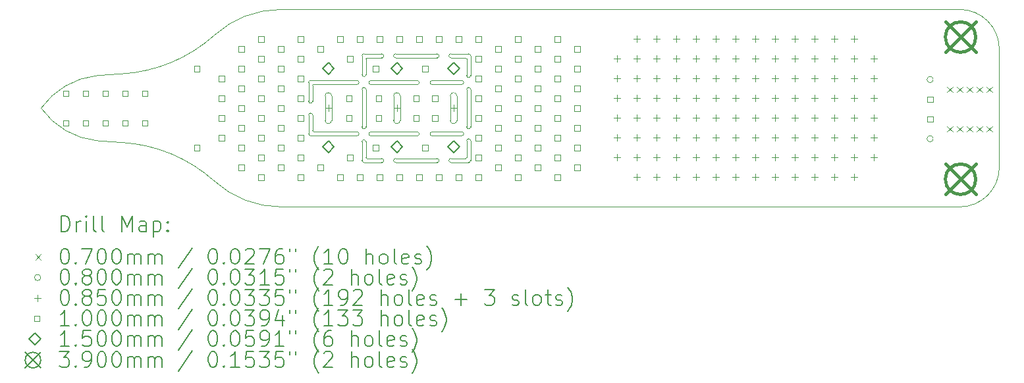
<source format=gbr>
%TF.GenerationSoftware,KiCad,Pcbnew,8.0.0*%
%TF.CreationDate,2024-02-24T11:24:56-08:00*%
%TF.ProjectId,JumperlessProbe,4a756d70-6572-46c6-9573-7350726f6265,rev?*%
%TF.SameCoordinates,Original*%
%TF.FileFunction,Drillmap*%
%TF.FilePolarity,Positive*%
%FSLAX45Y45*%
G04 Gerber Fmt 4.5, Leading zero omitted, Abs format (unit mm)*
G04 Created by KiCad (PCBNEW 8.0.0) date 2024-02-24 11:24:56*
%MOMM*%
%LPD*%
G01*
G04 APERTURE LIST*
%ADD10C,0.100000*%
%ADD11C,0.120000*%
%ADD12C,0.200000*%
%ADD13C,0.150000*%
%ADD14C,0.390000*%
G04 APERTURE END LIST*
D10*
X4728686Y-4144913D02*
G75*
G02*
X3546245Y-4637980I-1299686J1452463D01*
G01*
X14315445Y-6350049D02*
X5588000Y-6350049D01*
X3546245Y-5522119D02*
G75*
G02*
X4728686Y-6015185I-117245J-1945531D01*
G01*
X3225778Y-5499469D02*
G75*
G02*
X2504445Y-5080099I100806J1003436D01*
G01*
X14823445Y-5842000D02*
G75*
G02*
X14315445Y-6350005I-508005J0D01*
G01*
X14315445Y-3810049D02*
G75*
G02*
X14823391Y-4318000I-5J-507951D01*
G01*
X4728686Y-4144913D02*
G75*
G02*
X5588000Y-3810050I859314J-935137D01*
G01*
X2504445Y-5080099D02*
G75*
G02*
X3225778Y-4660729I822143J-584072D01*
G01*
X3225778Y-4660729D02*
G75*
G02*
X3546245Y-4637980I574242J-5820821D01*
G01*
X5588000Y-6350049D02*
G75*
G02*
X4728686Y-6015185I0J1269999D01*
G01*
X5588000Y-3810049D02*
X14315445Y-3810049D01*
X3546245Y-5522119D02*
G75*
G02*
X3225778Y-5499370I253755J5843309D01*
G01*
X14823445Y-4318000D02*
X14823445Y-5842000D01*
D11*
X5943600Y-4749849D02*
X5943600Y-4991149D01*
X5943600Y-5410249D02*
X5943600Y-5168949D01*
X5994400Y-4787949D02*
X5994400Y-4991149D01*
X5994400Y-5372149D02*
X5994400Y-5168949D01*
X6565900Y-4724449D02*
X5969000Y-4724449D01*
X6565900Y-4775249D02*
X6007100Y-4775249D01*
X6565900Y-5384849D02*
X6007100Y-5384849D01*
X6565900Y-5435649D02*
X5969000Y-5435649D01*
X6629400Y-4406949D02*
X6629400Y-4648249D01*
X6629400Y-4838749D02*
X6629400Y-5321349D01*
X6629400Y-5753149D02*
X6629400Y-5511849D01*
X6680200Y-4445049D02*
X6680200Y-4648249D01*
X6680200Y-4838749D02*
X6680200Y-5321349D01*
X6680200Y-5715049D02*
X6680200Y-5511849D01*
X6743700Y-4724449D02*
X7340600Y-4724449D01*
X6743700Y-4775249D02*
X7340600Y-4775249D01*
X6743700Y-5384849D02*
X7340600Y-5384849D01*
X6743700Y-5435649D02*
X7340600Y-5435649D01*
X6883400Y-4381549D02*
X6654800Y-4381549D01*
X6883400Y-4432349D02*
X6692900Y-4432349D01*
X6883400Y-5727749D02*
X6692900Y-5727749D01*
X6883400Y-5778549D02*
X6654800Y-5778549D01*
X7061200Y-4381549D02*
X7594600Y-4381549D01*
X7061200Y-4432349D02*
X7594600Y-4432349D01*
X7061200Y-5727749D02*
X7594600Y-5727749D01*
X7061200Y-5778549D02*
X7594600Y-5778549D01*
X7531100Y-4724449D02*
X7912100Y-4724449D01*
X7531100Y-4775249D02*
X7912100Y-4775249D01*
X7531100Y-5384849D02*
X7912100Y-5384849D01*
X7531100Y-5435649D02*
X7912100Y-5435649D01*
X7772400Y-4381549D02*
X8001000Y-4381549D01*
X7772400Y-4432349D02*
X7962900Y-4432349D01*
X7772400Y-5727749D02*
X7962900Y-5727749D01*
X7772400Y-5778549D02*
X8001000Y-5778549D01*
X7975600Y-4445049D02*
X7975600Y-4660949D01*
X7975600Y-4838749D02*
X7975600Y-5321349D01*
X7975600Y-5715049D02*
X7975600Y-5499149D01*
X8026400Y-4406949D02*
X8026400Y-4660949D01*
X8026400Y-4838749D02*
X8026400Y-5321349D01*
X8026400Y-5753149D02*
X8026400Y-5499149D01*
X5943600Y-4749849D02*
G75*
G02*
X5969000Y-4724449I25400J0D01*
G01*
X5943600Y-5168949D02*
G75*
G02*
X5994400Y-5168949I25400J0D01*
G01*
X5969000Y-5435649D02*
G75*
G02*
X5943600Y-5410249I0J25400D01*
G01*
X5994400Y-4787949D02*
G75*
G02*
X6007100Y-4775249I12700J0D01*
G01*
X5994400Y-4991149D02*
G75*
G02*
X5943600Y-4991149I-25400J0D01*
G01*
X6007100Y-5384849D02*
G75*
G02*
X5994400Y-5372149I0J12700D01*
G01*
X6565900Y-4724449D02*
G75*
G02*
X6565900Y-4775249I0J-25400D01*
G01*
X6565900Y-5384849D02*
G75*
G02*
X6565900Y-5435649I0J-25400D01*
G01*
X6629400Y-4406949D02*
G75*
G02*
X6654800Y-4381549I25400J0D01*
G01*
X6629400Y-4838749D02*
G75*
G02*
X6680200Y-4838749I25400J0D01*
G01*
X6629400Y-5511849D02*
G75*
G02*
X6680200Y-5511849I25400J0D01*
G01*
X6654800Y-5778549D02*
G75*
G02*
X6629400Y-5753149I0J25400D01*
G01*
X6680200Y-4445049D02*
G75*
G02*
X6692900Y-4432349I12700J0D01*
G01*
X6680200Y-4648249D02*
G75*
G02*
X6629400Y-4648249I-25400J0D01*
G01*
X6680200Y-5321349D02*
G75*
G02*
X6629400Y-5321349I-25400J0D01*
G01*
X6692900Y-5727749D02*
G75*
G02*
X6680200Y-5715049I0J12700D01*
G01*
X6743700Y-4775249D02*
G75*
G02*
X6743700Y-4724449I0J25400D01*
G01*
X6743700Y-5435649D02*
G75*
G02*
X6743700Y-5384849I0J25400D01*
G01*
X6883400Y-4381549D02*
G75*
G02*
X6883400Y-4432349I0J-25400D01*
G01*
X6883400Y-5727749D02*
G75*
G02*
X6883400Y-5778549I0J-25400D01*
G01*
X7061200Y-4432349D02*
G75*
G02*
X7061200Y-4381549I0J25400D01*
G01*
X7061200Y-5778549D02*
G75*
G02*
X7061200Y-5727749I0J25400D01*
G01*
X7340600Y-4724449D02*
G75*
G02*
X7340600Y-4775249I0J-25400D01*
G01*
X7340600Y-5384849D02*
G75*
G02*
X7340600Y-5435649I0J-25400D01*
G01*
X7531100Y-4775249D02*
G75*
G02*
X7531100Y-4724449I0J25400D01*
G01*
X7531100Y-5435649D02*
G75*
G02*
X7531100Y-5384849I0J25400D01*
G01*
X7594600Y-4381549D02*
G75*
G02*
X7594600Y-4432349I0J-25400D01*
G01*
X7594600Y-5727749D02*
G75*
G02*
X7594600Y-5778549I0J-25400D01*
G01*
X7772400Y-4432349D02*
G75*
G02*
X7772400Y-4381549I0J25400D01*
G01*
X7772400Y-5778549D02*
G75*
G02*
X7772400Y-5727749I0J25400D01*
G01*
X7912100Y-4724449D02*
G75*
G02*
X7912100Y-4775249I0J-25400D01*
G01*
X7912100Y-5384849D02*
G75*
G02*
X7912100Y-5435649I0J-25400D01*
G01*
X7962900Y-4432349D02*
G75*
G02*
X7975600Y-4445049I0J-12700D01*
G01*
X7975600Y-4838749D02*
G75*
G02*
X8026400Y-4838749I25400J0D01*
G01*
X7975600Y-5499149D02*
G75*
G02*
X8026400Y-5499149I25400J0D01*
G01*
X7975600Y-5715049D02*
G75*
G02*
X7962900Y-5727749I-12700J0D01*
G01*
X8001000Y-4381549D02*
G75*
G02*
X8026400Y-4406949I0J-25400D01*
G01*
X8026400Y-4660949D02*
G75*
G02*
X7975600Y-4660949I-25400J0D01*
G01*
X8026400Y-5321349D02*
G75*
G02*
X7975600Y-5321349I-25400J0D01*
G01*
X8026400Y-5753149D02*
G75*
G02*
X8001000Y-5778549I-25400J0D01*
G01*
D12*
D10*
X14153445Y-4803500D02*
X14223445Y-4873500D01*
X14223445Y-4803500D02*
X14153445Y-4873500D01*
X14153445Y-5311500D02*
X14223445Y-5381500D01*
X14223445Y-5311500D02*
X14153445Y-5381500D01*
X14280445Y-4803500D02*
X14350445Y-4873500D01*
X14350445Y-4803500D02*
X14280445Y-4873500D01*
X14280445Y-5311500D02*
X14350445Y-5381500D01*
X14350445Y-5311500D02*
X14280445Y-5381500D01*
X14407445Y-4803500D02*
X14477445Y-4873500D01*
X14477445Y-4803500D02*
X14407445Y-4873500D01*
X14407445Y-5311500D02*
X14477445Y-5381500D01*
X14477445Y-5311500D02*
X14407445Y-5381500D01*
X14534445Y-4803500D02*
X14604445Y-4873500D01*
X14604445Y-4803500D02*
X14534445Y-4873500D01*
X14534445Y-5311500D02*
X14604445Y-5381500D01*
X14604445Y-5311500D02*
X14534445Y-5381500D01*
X14661445Y-4803500D02*
X14731445Y-4873500D01*
X14731445Y-4803500D02*
X14661445Y-4873500D01*
X14661445Y-5311500D02*
X14731445Y-5381500D01*
X14731445Y-5311500D02*
X14661445Y-5381500D01*
X13974445Y-4711500D02*
G75*
G02*
X13894445Y-4711500I-40000J0D01*
G01*
X13894445Y-4711500D02*
G75*
G02*
X13974445Y-4711500I40000J0D01*
G01*
X13974445Y-5473500D02*
G75*
G02*
X13894445Y-5473500I-40000J0D01*
G01*
X13894445Y-5473500D02*
G75*
G02*
X13974445Y-5473500I40000J0D01*
G01*
X6197600Y-5037549D02*
X6197600Y-5122549D01*
X6155100Y-5080049D02*
X6240100Y-5080049D01*
X6155100Y-4922549D02*
X6155100Y-5237549D01*
X6240100Y-5237549D02*
G75*
G02*
X6155100Y-5237549I-42500J0D01*
G01*
X6240100Y-5237549D02*
X6240100Y-4922549D01*
X6240100Y-4922549D02*
G75*
G03*
X6155100Y-4922549I-42500J0D01*
G01*
X7077600Y-5037549D02*
X7077600Y-5122549D01*
X7035100Y-5080049D02*
X7120100Y-5080049D01*
X7035100Y-4922549D02*
X7035100Y-5237549D01*
X7120100Y-5237549D02*
G75*
G02*
X7035100Y-5237549I-42500J0D01*
G01*
X7120100Y-5237549D02*
X7120100Y-4922549D01*
X7120100Y-4922549D02*
G75*
G03*
X7035100Y-4922549I-42500J0D01*
G01*
X7807600Y-5037549D02*
X7807600Y-5122549D01*
X7765100Y-5080049D02*
X7850100Y-5080049D01*
X7765100Y-4922549D02*
X7765100Y-5237549D01*
X7850100Y-5237549D02*
G75*
G02*
X7765100Y-5237549I-42500J0D01*
G01*
X7850100Y-5237549D02*
X7850100Y-4922549D01*
X7850100Y-4922549D02*
G75*
G03*
X7765100Y-4922549I-42500J0D01*
G01*
X9906000Y-4402500D02*
X9906000Y-4487500D01*
X9863500Y-4445000D02*
X9948500Y-4445000D01*
X9906000Y-4656500D02*
X9906000Y-4741500D01*
X9863500Y-4699000D02*
X9948500Y-4699000D01*
X9906000Y-4910500D02*
X9906000Y-4995500D01*
X9863500Y-4953000D02*
X9948500Y-4953000D01*
X9906000Y-5164500D02*
X9906000Y-5249500D01*
X9863500Y-5207000D02*
X9948500Y-5207000D01*
X9906000Y-5418500D02*
X9906000Y-5503500D01*
X9863500Y-5461000D02*
X9948500Y-5461000D01*
X9906000Y-5672500D02*
X9906000Y-5757500D01*
X9863500Y-5715000D02*
X9948500Y-5715000D01*
X10160000Y-4148500D02*
X10160000Y-4233500D01*
X10117500Y-4191000D02*
X10202500Y-4191000D01*
X10160000Y-4402500D02*
X10160000Y-4487500D01*
X10117500Y-4445000D02*
X10202500Y-4445000D01*
X10160000Y-4402500D02*
X10160000Y-4487500D01*
X10117500Y-4445000D02*
X10202500Y-4445000D01*
X10160000Y-4656500D02*
X10160000Y-4741500D01*
X10117500Y-4699000D02*
X10202500Y-4699000D01*
X10160000Y-4656500D02*
X10160000Y-4741500D01*
X10117500Y-4699000D02*
X10202500Y-4699000D01*
X10160000Y-4910500D02*
X10160000Y-4995500D01*
X10117500Y-4953000D02*
X10202500Y-4953000D01*
X10160000Y-4910500D02*
X10160000Y-4995500D01*
X10117500Y-4953000D02*
X10202500Y-4953000D01*
X10160000Y-5164500D02*
X10160000Y-5249500D01*
X10117500Y-5207000D02*
X10202500Y-5207000D01*
X10160000Y-5164500D02*
X10160000Y-5249500D01*
X10117500Y-5207000D02*
X10202500Y-5207000D01*
X10160000Y-5418500D02*
X10160000Y-5503500D01*
X10117500Y-5461000D02*
X10202500Y-5461000D01*
X10160000Y-5418500D02*
X10160000Y-5503500D01*
X10117500Y-5461000D02*
X10202500Y-5461000D01*
X10160000Y-5672500D02*
X10160000Y-5757500D01*
X10117500Y-5715000D02*
X10202500Y-5715000D01*
X10160000Y-5672500D02*
X10160000Y-5757500D01*
X10117500Y-5715000D02*
X10202500Y-5715000D01*
X10160000Y-5926500D02*
X10160000Y-6011500D01*
X10117500Y-5969000D02*
X10202500Y-5969000D01*
X10414000Y-4148500D02*
X10414000Y-4233500D01*
X10371500Y-4191000D02*
X10456500Y-4191000D01*
X10414000Y-4402500D02*
X10414000Y-4487500D01*
X10371500Y-4445000D02*
X10456500Y-4445000D01*
X10414000Y-4402500D02*
X10414000Y-4487500D01*
X10371500Y-4445000D02*
X10456500Y-4445000D01*
X10414000Y-4656500D02*
X10414000Y-4741500D01*
X10371500Y-4699000D02*
X10456500Y-4699000D01*
X10414000Y-4656500D02*
X10414000Y-4741500D01*
X10371500Y-4699000D02*
X10456500Y-4699000D01*
X10414000Y-4910500D02*
X10414000Y-4995500D01*
X10371500Y-4953000D02*
X10456500Y-4953000D01*
X10414000Y-4910500D02*
X10414000Y-4995500D01*
X10371500Y-4953000D02*
X10456500Y-4953000D01*
X10414000Y-5164500D02*
X10414000Y-5249500D01*
X10371500Y-5207000D02*
X10456500Y-5207000D01*
X10414000Y-5164500D02*
X10414000Y-5249500D01*
X10371500Y-5207000D02*
X10456500Y-5207000D01*
X10414000Y-5418500D02*
X10414000Y-5503500D01*
X10371500Y-5461000D02*
X10456500Y-5461000D01*
X10414000Y-5418500D02*
X10414000Y-5503500D01*
X10371500Y-5461000D02*
X10456500Y-5461000D01*
X10414000Y-5672500D02*
X10414000Y-5757500D01*
X10371500Y-5715000D02*
X10456500Y-5715000D01*
X10414000Y-5672500D02*
X10414000Y-5757500D01*
X10371500Y-5715000D02*
X10456500Y-5715000D01*
X10414000Y-5926500D02*
X10414000Y-6011500D01*
X10371500Y-5969000D02*
X10456500Y-5969000D01*
X10668000Y-4148500D02*
X10668000Y-4233500D01*
X10625500Y-4191000D02*
X10710500Y-4191000D01*
X10668000Y-4402500D02*
X10668000Y-4487500D01*
X10625500Y-4445000D02*
X10710500Y-4445000D01*
X10668000Y-4402500D02*
X10668000Y-4487500D01*
X10625500Y-4445000D02*
X10710500Y-4445000D01*
X10668000Y-4656500D02*
X10668000Y-4741500D01*
X10625500Y-4699000D02*
X10710500Y-4699000D01*
X10668000Y-4656500D02*
X10668000Y-4741500D01*
X10625500Y-4699000D02*
X10710500Y-4699000D01*
X10668000Y-4910500D02*
X10668000Y-4995500D01*
X10625500Y-4953000D02*
X10710500Y-4953000D01*
X10668000Y-4910500D02*
X10668000Y-4995500D01*
X10625500Y-4953000D02*
X10710500Y-4953000D01*
X10668000Y-5164500D02*
X10668000Y-5249500D01*
X10625500Y-5207000D02*
X10710500Y-5207000D01*
X10668000Y-5164500D02*
X10668000Y-5249500D01*
X10625500Y-5207000D02*
X10710500Y-5207000D01*
X10668000Y-5418500D02*
X10668000Y-5503500D01*
X10625500Y-5461000D02*
X10710500Y-5461000D01*
X10668000Y-5418500D02*
X10668000Y-5503500D01*
X10625500Y-5461000D02*
X10710500Y-5461000D01*
X10668000Y-5672500D02*
X10668000Y-5757500D01*
X10625500Y-5715000D02*
X10710500Y-5715000D01*
X10668000Y-5672500D02*
X10668000Y-5757500D01*
X10625500Y-5715000D02*
X10710500Y-5715000D01*
X10668000Y-5926500D02*
X10668000Y-6011500D01*
X10625500Y-5969000D02*
X10710500Y-5969000D01*
X10922000Y-4148500D02*
X10922000Y-4233500D01*
X10879500Y-4191000D02*
X10964500Y-4191000D01*
X10922000Y-4402500D02*
X10922000Y-4487500D01*
X10879500Y-4445000D02*
X10964500Y-4445000D01*
X10922000Y-4402500D02*
X10922000Y-4487500D01*
X10879500Y-4445000D02*
X10964500Y-4445000D01*
X10922000Y-4656500D02*
X10922000Y-4741500D01*
X10879500Y-4699000D02*
X10964500Y-4699000D01*
X10922000Y-4656500D02*
X10922000Y-4741500D01*
X10879500Y-4699000D02*
X10964500Y-4699000D01*
X10922000Y-4910500D02*
X10922000Y-4995500D01*
X10879500Y-4953000D02*
X10964500Y-4953000D01*
X10922000Y-4910500D02*
X10922000Y-4995500D01*
X10879500Y-4953000D02*
X10964500Y-4953000D01*
X10922000Y-5164500D02*
X10922000Y-5249500D01*
X10879500Y-5207000D02*
X10964500Y-5207000D01*
X10922000Y-5164500D02*
X10922000Y-5249500D01*
X10879500Y-5207000D02*
X10964500Y-5207000D01*
X10922000Y-5418500D02*
X10922000Y-5503500D01*
X10879500Y-5461000D02*
X10964500Y-5461000D01*
X10922000Y-5418500D02*
X10922000Y-5503500D01*
X10879500Y-5461000D02*
X10964500Y-5461000D01*
X10922000Y-5672500D02*
X10922000Y-5757500D01*
X10879500Y-5715000D02*
X10964500Y-5715000D01*
X10922000Y-5672500D02*
X10922000Y-5757500D01*
X10879500Y-5715000D02*
X10964500Y-5715000D01*
X10922000Y-5926500D02*
X10922000Y-6011500D01*
X10879500Y-5969000D02*
X10964500Y-5969000D01*
X11176000Y-4148500D02*
X11176000Y-4233500D01*
X11133500Y-4191000D02*
X11218500Y-4191000D01*
X11176000Y-4402500D02*
X11176000Y-4487500D01*
X11133500Y-4445000D02*
X11218500Y-4445000D01*
X11176000Y-4402500D02*
X11176000Y-4487500D01*
X11133500Y-4445000D02*
X11218500Y-4445000D01*
X11176000Y-4656500D02*
X11176000Y-4741500D01*
X11133500Y-4699000D02*
X11218500Y-4699000D01*
X11176000Y-4656500D02*
X11176000Y-4741500D01*
X11133500Y-4699000D02*
X11218500Y-4699000D01*
X11176000Y-4910500D02*
X11176000Y-4995500D01*
X11133500Y-4953000D02*
X11218500Y-4953000D01*
X11176000Y-4910500D02*
X11176000Y-4995500D01*
X11133500Y-4953000D02*
X11218500Y-4953000D01*
X11176000Y-5164500D02*
X11176000Y-5249500D01*
X11133500Y-5207000D02*
X11218500Y-5207000D01*
X11176000Y-5164500D02*
X11176000Y-5249500D01*
X11133500Y-5207000D02*
X11218500Y-5207000D01*
X11176000Y-5418500D02*
X11176000Y-5503500D01*
X11133500Y-5461000D02*
X11218500Y-5461000D01*
X11176000Y-5418500D02*
X11176000Y-5503500D01*
X11133500Y-5461000D02*
X11218500Y-5461000D01*
X11176000Y-5672500D02*
X11176000Y-5757500D01*
X11133500Y-5715000D02*
X11218500Y-5715000D01*
X11176000Y-5672500D02*
X11176000Y-5757500D01*
X11133500Y-5715000D02*
X11218500Y-5715000D01*
X11176000Y-5926500D02*
X11176000Y-6011500D01*
X11133500Y-5969000D02*
X11218500Y-5969000D01*
X11430000Y-4148500D02*
X11430000Y-4233500D01*
X11387500Y-4191000D02*
X11472500Y-4191000D01*
X11430000Y-4402500D02*
X11430000Y-4487500D01*
X11387500Y-4445000D02*
X11472500Y-4445000D01*
X11430000Y-4402500D02*
X11430000Y-4487500D01*
X11387500Y-4445000D02*
X11472500Y-4445000D01*
X11430000Y-4402500D02*
X11430000Y-4487500D01*
X11387500Y-4445000D02*
X11472500Y-4445000D01*
X11430000Y-4656500D02*
X11430000Y-4741500D01*
X11387500Y-4699000D02*
X11472500Y-4699000D01*
X11430000Y-4656500D02*
X11430000Y-4741500D01*
X11387500Y-4699000D02*
X11472500Y-4699000D01*
X11430000Y-4656500D02*
X11430000Y-4741500D01*
X11387500Y-4699000D02*
X11472500Y-4699000D01*
X11430000Y-4910500D02*
X11430000Y-4995500D01*
X11387500Y-4953000D02*
X11472500Y-4953000D01*
X11430000Y-4910500D02*
X11430000Y-4995500D01*
X11387500Y-4953000D02*
X11472500Y-4953000D01*
X11430000Y-4910500D02*
X11430000Y-4995500D01*
X11387500Y-4953000D02*
X11472500Y-4953000D01*
X11430000Y-5164500D02*
X11430000Y-5249500D01*
X11387500Y-5207000D02*
X11472500Y-5207000D01*
X11430000Y-5164500D02*
X11430000Y-5249500D01*
X11387500Y-5207000D02*
X11472500Y-5207000D01*
X11430000Y-5164500D02*
X11430000Y-5249500D01*
X11387500Y-5207000D02*
X11472500Y-5207000D01*
X11430000Y-5418500D02*
X11430000Y-5503500D01*
X11387500Y-5461000D02*
X11472500Y-5461000D01*
X11430000Y-5418500D02*
X11430000Y-5503500D01*
X11387500Y-5461000D02*
X11472500Y-5461000D01*
X11430000Y-5418500D02*
X11430000Y-5503500D01*
X11387500Y-5461000D02*
X11472500Y-5461000D01*
X11430000Y-5672500D02*
X11430000Y-5757500D01*
X11387500Y-5715000D02*
X11472500Y-5715000D01*
X11430000Y-5672500D02*
X11430000Y-5757500D01*
X11387500Y-5715000D02*
X11472500Y-5715000D01*
X11430000Y-5672500D02*
X11430000Y-5757500D01*
X11387500Y-5715000D02*
X11472500Y-5715000D01*
X11430000Y-5926500D02*
X11430000Y-6011500D01*
X11387500Y-5969000D02*
X11472500Y-5969000D01*
X11684000Y-4148500D02*
X11684000Y-4233500D01*
X11641500Y-4191000D02*
X11726500Y-4191000D01*
X11684000Y-4402500D02*
X11684000Y-4487500D01*
X11641500Y-4445000D02*
X11726500Y-4445000D01*
X11684000Y-4402500D02*
X11684000Y-4487500D01*
X11641500Y-4445000D02*
X11726500Y-4445000D01*
X11684000Y-4402500D02*
X11684000Y-4487500D01*
X11641500Y-4445000D02*
X11726500Y-4445000D01*
X11684000Y-4656500D02*
X11684000Y-4741500D01*
X11641500Y-4699000D02*
X11726500Y-4699000D01*
X11684000Y-4656500D02*
X11684000Y-4741500D01*
X11641500Y-4699000D02*
X11726500Y-4699000D01*
X11684000Y-4656500D02*
X11684000Y-4741500D01*
X11641500Y-4699000D02*
X11726500Y-4699000D01*
X11684000Y-4910500D02*
X11684000Y-4995500D01*
X11641500Y-4953000D02*
X11726500Y-4953000D01*
X11684000Y-4910500D02*
X11684000Y-4995500D01*
X11641500Y-4953000D02*
X11726500Y-4953000D01*
X11684000Y-4910500D02*
X11684000Y-4995500D01*
X11641500Y-4953000D02*
X11726500Y-4953000D01*
X11684000Y-5164500D02*
X11684000Y-5249500D01*
X11641500Y-5207000D02*
X11726500Y-5207000D01*
X11684000Y-5164500D02*
X11684000Y-5249500D01*
X11641500Y-5207000D02*
X11726500Y-5207000D01*
X11684000Y-5164500D02*
X11684000Y-5249500D01*
X11641500Y-5207000D02*
X11726500Y-5207000D01*
X11684000Y-5418500D02*
X11684000Y-5503500D01*
X11641500Y-5461000D02*
X11726500Y-5461000D01*
X11684000Y-5418500D02*
X11684000Y-5503500D01*
X11641500Y-5461000D02*
X11726500Y-5461000D01*
X11684000Y-5418500D02*
X11684000Y-5503500D01*
X11641500Y-5461000D02*
X11726500Y-5461000D01*
X11684000Y-5672500D02*
X11684000Y-5757500D01*
X11641500Y-5715000D02*
X11726500Y-5715000D01*
X11684000Y-5672500D02*
X11684000Y-5757500D01*
X11641500Y-5715000D02*
X11726500Y-5715000D01*
X11684000Y-5672500D02*
X11684000Y-5757500D01*
X11641500Y-5715000D02*
X11726500Y-5715000D01*
X11684000Y-5926500D02*
X11684000Y-6011500D01*
X11641500Y-5969000D02*
X11726500Y-5969000D01*
X11938000Y-4148500D02*
X11938000Y-4233500D01*
X11895500Y-4191000D02*
X11980500Y-4191000D01*
X11938000Y-4402500D02*
X11938000Y-4487500D01*
X11895500Y-4445000D02*
X11980500Y-4445000D01*
X11938000Y-4402500D02*
X11938000Y-4487500D01*
X11895500Y-4445000D02*
X11980500Y-4445000D01*
X11938000Y-4656500D02*
X11938000Y-4741500D01*
X11895500Y-4699000D02*
X11980500Y-4699000D01*
X11938000Y-4656500D02*
X11938000Y-4741500D01*
X11895500Y-4699000D02*
X11980500Y-4699000D01*
X11938000Y-4910500D02*
X11938000Y-4995500D01*
X11895500Y-4953000D02*
X11980500Y-4953000D01*
X11938000Y-4910500D02*
X11938000Y-4995500D01*
X11895500Y-4953000D02*
X11980500Y-4953000D01*
X11938000Y-5164500D02*
X11938000Y-5249500D01*
X11895500Y-5207000D02*
X11980500Y-5207000D01*
X11938000Y-5164500D02*
X11938000Y-5249500D01*
X11895500Y-5207000D02*
X11980500Y-5207000D01*
X11938000Y-5418500D02*
X11938000Y-5503500D01*
X11895500Y-5461000D02*
X11980500Y-5461000D01*
X11938000Y-5418500D02*
X11938000Y-5503500D01*
X11895500Y-5461000D02*
X11980500Y-5461000D01*
X11938000Y-5672500D02*
X11938000Y-5757500D01*
X11895500Y-5715000D02*
X11980500Y-5715000D01*
X11938000Y-5672500D02*
X11938000Y-5757500D01*
X11895500Y-5715000D02*
X11980500Y-5715000D01*
X11938000Y-5926500D02*
X11938000Y-6011500D01*
X11895500Y-5969000D02*
X11980500Y-5969000D01*
X12192000Y-4148500D02*
X12192000Y-4233500D01*
X12149500Y-4191000D02*
X12234500Y-4191000D01*
X12192000Y-4402500D02*
X12192000Y-4487500D01*
X12149500Y-4445000D02*
X12234500Y-4445000D01*
X12192000Y-4402500D02*
X12192000Y-4487500D01*
X12149500Y-4445000D02*
X12234500Y-4445000D01*
X12192000Y-4656500D02*
X12192000Y-4741500D01*
X12149500Y-4699000D02*
X12234500Y-4699000D01*
X12192000Y-4656500D02*
X12192000Y-4741500D01*
X12149500Y-4699000D02*
X12234500Y-4699000D01*
X12192000Y-4910500D02*
X12192000Y-4995500D01*
X12149500Y-4953000D02*
X12234500Y-4953000D01*
X12192000Y-4910500D02*
X12192000Y-4995500D01*
X12149500Y-4953000D02*
X12234500Y-4953000D01*
X12192000Y-5164500D02*
X12192000Y-5249500D01*
X12149500Y-5207000D02*
X12234500Y-5207000D01*
X12192000Y-5164500D02*
X12192000Y-5249500D01*
X12149500Y-5207000D02*
X12234500Y-5207000D01*
X12192000Y-5418500D02*
X12192000Y-5503500D01*
X12149500Y-5461000D02*
X12234500Y-5461000D01*
X12192000Y-5418500D02*
X12192000Y-5503500D01*
X12149500Y-5461000D02*
X12234500Y-5461000D01*
X12192000Y-5672500D02*
X12192000Y-5757500D01*
X12149500Y-5715000D02*
X12234500Y-5715000D01*
X12192000Y-5672500D02*
X12192000Y-5757500D01*
X12149500Y-5715000D02*
X12234500Y-5715000D01*
X12192000Y-5926500D02*
X12192000Y-6011500D01*
X12149500Y-5969000D02*
X12234500Y-5969000D01*
X12446000Y-4148500D02*
X12446000Y-4233500D01*
X12403500Y-4191000D02*
X12488500Y-4191000D01*
X12446000Y-4402500D02*
X12446000Y-4487500D01*
X12403500Y-4445000D02*
X12488500Y-4445000D01*
X12446000Y-4402500D02*
X12446000Y-4487500D01*
X12403500Y-4445000D02*
X12488500Y-4445000D01*
X12446000Y-4656500D02*
X12446000Y-4741500D01*
X12403500Y-4699000D02*
X12488500Y-4699000D01*
X12446000Y-4656500D02*
X12446000Y-4741500D01*
X12403500Y-4699000D02*
X12488500Y-4699000D01*
X12446000Y-4910500D02*
X12446000Y-4995500D01*
X12403500Y-4953000D02*
X12488500Y-4953000D01*
X12446000Y-4910500D02*
X12446000Y-4995500D01*
X12403500Y-4953000D02*
X12488500Y-4953000D01*
X12446000Y-5164500D02*
X12446000Y-5249500D01*
X12403500Y-5207000D02*
X12488500Y-5207000D01*
X12446000Y-5164500D02*
X12446000Y-5249500D01*
X12403500Y-5207000D02*
X12488500Y-5207000D01*
X12446000Y-5418500D02*
X12446000Y-5503500D01*
X12403500Y-5461000D02*
X12488500Y-5461000D01*
X12446000Y-5418500D02*
X12446000Y-5503500D01*
X12403500Y-5461000D02*
X12488500Y-5461000D01*
X12446000Y-5672500D02*
X12446000Y-5757500D01*
X12403500Y-5715000D02*
X12488500Y-5715000D01*
X12446000Y-5672500D02*
X12446000Y-5757500D01*
X12403500Y-5715000D02*
X12488500Y-5715000D01*
X12446000Y-5926500D02*
X12446000Y-6011500D01*
X12403500Y-5969000D02*
X12488500Y-5969000D01*
X12700000Y-4148500D02*
X12700000Y-4233500D01*
X12657500Y-4191000D02*
X12742500Y-4191000D01*
X12700000Y-4402500D02*
X12700000Y-4487500D01*
X12657500Y-4445000D02*
X12742500Y-4445000D01*
X12700000Y-4402500D02*
X12700000Y-4487500D01*
X12657500Y-4445000D02*
X12742500Y-4445000D01*
X12700000Y-4656500D02*
X12700000Y-4741500D01*
X12657500Y-4699000D02*
X12742500Y-4699000D01*
X12700000Y-4656500D02*
X12700000Y-4741500D01*
X12657500Y-4699000D02*
X12742500Y-4699000D01*
X12700000Y-4910500D02*
X12700000Y-4995500D01*
X12657500Y-4953000D02*
X12742500Y-4953000D01*
X12700000Y-4910500D02*
X12700000Y-4995500D01*
X12657500Y-4953000D02*
X12742500Y-4953000D01*
X12700000Y-5164500D02*
X12700000Y-5249500D01*
X12657500Y-5207000D02*
X12742500Y-5207000D01*
X12700000Y-5164500D02*
X12700000Y-5249500D01*
X12657500Y-5207000D02*
X12742500Y-5207000D01*
X12700000Y-5418500D02*
X12700000Y-5503500D01*
X12657500Y-5461000D02*
X12742500Y-5461000D01*
X12700000Y-5418500D02*
X12700000Y-5503500D01*
X12657500Y-5461000D02*
X12742500Y-5461000D01*
X12700000Y-5672500D02*
X12700000Y-5757500D01*
X12657500Y-5715000D02*
X12742500Y-5715000D01*
X12700000Y-5672500D02*
X12700000Y-5757500D01*
X12657500Y-5715000D02*
X12742500Y-5715000D01*
X12700000Y-5926500D02*
X12700000Y-6011500D01*
X12657500Y-5969000D02*
X12742500Y-5969000D01*
X12954000Y-4148500D02*
X12954000Y-4233500D01*
X12911500Y-4191000D02*
X12996500Y-4191000D01*
X12954000Y-4402500D02*
X12954000Y-4487500D01*
X12911500Y-4445000D02*
X12996500Y-4445000D01*
X12954000Y-4402500D02*
X12954000Y-4487500D01*
X12911500Y-4445000D02*
X12996500Y-4445000D01*
X12954000Y-4656500D02*
X12954000Y-4741500D01*
X12911500Y-4699000D02*
X12996500Y-4699000D01*
X12954000Y-4656500D02*
X12954000Y-4741500D01*
X12911500Y-4699000D02*
X12996500Y-4699000D01*
X12954000Y-4910500D02*
X12954000Y-4995500D01*
X12911500Y-4953000D02*
X12996500Y-4953000D01*
X12954000Y-4910500D02*
X12954000Y-4995500D01*
X12911500Y-4953000D02*
X12996500Y-4953000D01*
X12954000Y-5164500D02*
X12954000Y-5249500D01*
X12911500Y-5207000D02*
X12996500Y-5207000D01*
X12954000Y-5164500D02*
X12954000Y-5249500D01*
X12911500Y-5207000D02*
X12996500Y-5207000D01*
X12954000Y-5418500D02*
X12954000Y-5503500D01*
X12911500Y-5461000D02*
X12996500Y-5461000D01*
X12954000Y-5418500D02*
X12954000Y-5503500D01*
X12911500Y-5461000D02*
X12996500Y-5461000D01*
X12954000Y-5672500D02*
X12954000Y-5757500D01*
X12911500Y-5715000D02*
X12996500Y-5715000D01*
X12954000Y-5672500D02*
X12954000Y-5757500D01*
X12911500Y-5715000D02*
X12996500Y-5715000D01*
X12954000Y-5926500D02*
X12954000Y-6011500D01*
X12911500Y-5969000D02*
X12996500Y-5969000D01*
X13208000Y-4402500D02*
X13208000Y-4487500D01*
X13165500Y-4445000D02*
X13250500Y-4445000D01*
X13208000Y-4656500D02*
X13208000Y-4741500D01*
X13165500Y-4699000D02*
X13250500Y-4699000D01*
X13208000Y-4910500D02*
X13208000Y-4995500D01*
X13165500Y-4953000D02*
X13250500Y-4953000D01*
X13208000Y-5164500D02*
X13208000Y-5249500D01*
X13165500Y-5207000D02*
X13250500Y-5207000D01*
X13208000Y-5418500D02*
X13208000Y-5503500D01*
X13165500Y-5461000D02*
X13250500Y-5461000D01*
X13208000Y-5672500D02*
X13208000Y-5757500D01*
X13165500Y-5715000D02*
X13250500Y-5715000D01*
X2855486Y-4924655D02*
X2855486Y-4853944D01*
X2784774Y-4853944D01*
X2784774Y-4924655D01*
X2855486Y-4924655D01*
X2855486Y-4924655D02*
X2855486Y-4853944D01*
X2784774Y-4853944D01*
X2784774Y-4924655D01*
X2855486Y-4924655D01*
X2855486Y-5305655D02*
X2855486Y-5234944D01*
X2784774Y-5234944D01*
X2784774Y-5305655D01*
X2855486Y-5305655D01*
X2855486Y-5305655D02*
X2855486Y-5234944D01*
X2784774Y-5234944D01*
X2784774Y-5305655D01*
X2855486Y-5305655D01*
X3109486Y-4924655D02*
X3109486Y-4853944D01*
X3038774Y-4853944D01*
X3038774Y-4924655D01*
X3109486Y-4924655D01*
X3109486Y-4924655D02*
X3109486Y-4853944D01*
X3038774Y-4853944D01*
X3038774Y-4924655D01*
X3109486Y-4924655D01*
X3109486Y-5305655D02*
X3109486Y-5234944D01*
X3038774Y-5234944D01*
X3038774Y-5305655D01*
X3109486Y-5305655D01*
X3109486Y-5305655D02*
X3109486Y-5234944D01*
X3038774Y-5234944D01*
X3038774Y-5305655D01*
X3109486Y-5305655D01*
X3363486Y-4924655D02*
X3363486Y-4853944D01*
X3292774Y-4853944D01*
X3292774Y-4924655D01*
X3363486Y-4924655D01*
X3363486Y-4924655D02*
X3363486Y-4853944D01*
X3292774Y-4853944D01*
X3292774Y-4924655D01*
X3363486Y-4924655D01*
X3363486Y-5305655D02*
X3363486Y-5234944D01*
X3292774Y-5234944D01*
X3292774Y-5305655D01*
X3363486Y-5305655D01*
X3363486Y-5305655D02*
X3363486Y-5234944D01*
X3292774Y-5234944D01*
X3292774Y-5305655D01*
X3363486Y-5305655D01*
X3617486Y-4924655D02*
X3617486Y-4853944D01*
X3546774Y-4853944D01*
X3546774Y-4924655D01*
X3617486Y-4924655D01*
X3617486Y-4924655D02*
X3617486Y-4853944D01*
X3546774Y-4853944D01*
X3546774Y-4924655D01*
X3617486Y-4924655D01*
X3617486Y-5305655D02*
X3617486Y-5234944D01*
X3546774Y-5234944D01*
X3546774Y-5305655D01*
X3617486Y-5305655D01*
X3617486Y-5305655D02*
X3617486Y-5234944D01*
X3546774Y-5234944D01*
X3546774Y-5305655D01*
X3617486Y-5305655D01*
X3871486Y-4924655D02*
X3871486Y-4853944D01*
X3800774Y-4853944D01*
X3800774Y-4924655D01*
X3871486Y-4924655D01*
X3871486Y-4924655D02*
X3871486Y-4853944D01*
X3800774Y-4853944D01*
X3800774Y-4924655D01*
X3871486Y-4924655D01*
X3871486Y-5305655D02*
X3871486Y-5234944D01*
X3800774Y-5234944D01*
X3800774Y-5305655D01*
X3871486Y-5305655D01*
X3871486Y-5305655D02*
X3871486Y-5234944D01*
X3800774Y-5234944D01*
X3800774Y-5305655D01*
X3871486Y-5305655D01*
X4540956Y-4607405D02*
X4540956Y-4536694D01*
X4470244Y-4536694D01*
X4470244Y-4607405D01*
X4540956Y-4607405D01*
X4540956Y-5623405D02*
X4540956Y-5552694D01*
X4470244Y-5552694D01*
X4470244Y-5623405D01*
X4540956Y-5623405D01*
X4861356Y-4734405D02*
X4861356Y-4663694D01*
X4790644Y-4663694D01*
X4790644Y-4734405D01*
X4861356Y-4734405D01*
X4861356Y-4988405D02*
X4861356Y-4917694D01*
X4790644Y-4917694D01*
X4790644Y-4988405D01*
X4861356Y-4988405D01*
X4861356Y-5242405D02*
X4861356Y-5171694D01*
X4790644Y-5171694D01*
X4790644Y-5242405D01*
X4861356Y-5242405D01*
X4861356Y-5496405D02*
X4861356Y-5425694D01*
X4790644Y-5425694D01*
X4790644Y-5496405D01*
X4861356Y-5496405D01*
X5115356Y-4353405D02*
X5115356Y-4282694D01*
X5044644Y-4282694D01*
X5044644Y-4353405D01*
X5115356Y-4353405D01*
X5115356Y-4607405D02*
X5115356Y-4536694D01*
X5044644Y-4536694D01*
X5044644Y-4607405D01*
X5115356Y-4607405D01*
X5115356Y-4861405D02*
X5115356Y-4790694D01*
X5044644Y-4790694D01*
X5044644Y-4861405D01*
X5115356Y-4861405D01*
X5115356Y-5115405D02*
X5115356Y-5044694D01*
X5044644Y-5044694D01*
X5044644Y-5115405D01*
X5115356Y-5115405D01*
X5115356Y-5369405D02*
X5115356Y-5298694D01*
X5044644Y-5298694D01*
X5044644Y-5369405D01*
X5115356Y-5369405D01*
X5115356Y-5623405D02*
X5115356Y-5552694D01*
X5044644Y-5552694D01*
X5044644Y-5623405D01*
X5115356Y-5623405D01*
X5115356Y-5877405D02*
X5115356Y-5806694D01*
X5044644Y-5806694D01*
X5044644Y-5877405D01*
X5115356Y-5877405D01*
X5369356Y-4226405D02*
X5369356Y-4155694D01*
X5298644Y-4155694D01*
X5298644Y-4226405D01*
X5369356Y-4226405D01*
X5369356Y-4480405D02*
X5369356Y-4409694D01*
X5298644Y-4409694D01*
X5298644Y-4480405D01*
X5369356Y-4480405D01*
X5369356Y-4734405D02*
X5369356Y-4663694D01*
X5298644Y-4663694D01*
X5298644Y-4734405D01*
X5369356Y-4734405D01*
X5369356Y-4988405D02*
X5369356Y-4917694D01*
X5298644Y-4917694D01*
X5298644Y-4988405D01*
X5369356Y-4988405D01*
X5369356Y-5242405D02*
X5369356Y-5171694D01*
X5298644Y-5171694D01*
X5298644Y-5242405D01*
X5369356Y-5242405D01*
X5369356Y-5496405D02*
X5369356Y-5425694D01*
X5298644Y-5425694D01*
X5298644Y-5496405D01*
X5369356Y-5496405D01*
X5369356Y-5750405D02*
X5369356Y-5679694D01*
X5298644Y-5679694D01*
X5298644Y-5750405D01*
X5369356Y-5750405D01*
X5369356Y-6004405D02*
X5369356Y-5933694D01*
X5298644Y-5933694D01*
X5298644Y-6004405D01*
X5369356Y-6004405D01*
X5623356Y-4353405D02*
X5623356Y-4282694D01*
X5552644Y-4282694D01*
X5552644Y-4353405D01*
X5623356Y-4353405D01*
X5623356Y-4607405D02*
X5623356Y-4536694D01*
X5552644Y-4536694D01*
X5552644Y-4607405D01*
X5623356Y-4607405D01*
X5623356Y-4861405D02*
X5623356Y-4790694D01*
X5552644Y-4790694D01*
X5552644Y-4861405D01*
X5623356Y-4861405D01*
X5623356Y-5115405D02*
X5623356Y-5044694D01*
X5552644Y-5044694D01*
X5552644Y-5115405D01*
X5623356Y-5115405D01*
X5623356Y-5369405D02*
X5623356Y-5298694D01*
X5552644Y-5298694D01*
X5552644Y-5369405D01*
X5623356Y-5369405D01*
X5623356Y-5623405D02*
X5623356Y-5552694D01*
X5552644Y-5552694D01*
X5552644Y-5623405D01*
X5623356Y-5623405D01*
X5623356Y-5877405D02*
X5623356Y-5806694D01*
X5552644Y-5806694D01*
X5552644Y-5877405D01*
X5623356Y-5877405D01*
X5877356Y-4226405D02*
X5877356Y-4155694D01*
X5806644Y-4155694D01*
X5806644Y-4226405D01*
X5877356Y-4226405D01*
X5877356Y-4480405D02*
X5877356Y-4409694D01*
X5806644Y-4409694D01*
X5806644Y-4480405D01*
X5877356Y-4480405D01*
X5877356Y-4734405D02*
X5877356Y-4663694D01*
X5806644Y-4663694D01*
X5806644Y-4734405D01*
X5877356Y-4734405D01*
X5877356Y-4988405D02*
X5877356Y-4917694D01*
X5806644Y-4917694D01*
X5806644Y-4988405D01*
X5877356Y-4988405D01*
X5877356Y-5242405D02*
X5877356Y-5171694D01*
X5806644Y-5171694D01*
X5806644Y-5242405D01*
X5877356Y-5242405D01*
X5877356Y-5496405D02*
X5877356Y-5425694D01*
X5806644Y-5425694D01*
X5806644Y-5496405D01*
X5877356Y-5496405D01*
X5877356Y-5750405D02*
X5877356Y-5679694D01*
X5806644Y-5679694D01*
X5806644Y-5750405D01*
X5877356Y-5750405D01*
X5877356Y-6004405D02*
X5877356Y-5933694D01*
X5806644Y-5933694D01*
X5806644Y-6004405D01*
X5877356Y-6004405D01*
X6131356Y-4353405D02*
X6131356Y-4282694D01*
X6060644Y-4282694D01*
X6060644Y-4353405D01*
X6131356Y-4353405D01*
X6131356Y-5877405D02*
X6131356Y-5806694D01*
X6060644Y-5806694D01*
X6060644Y-5877405D01*
X6131356Y-5877405D01*
X6385356Y-4226405D02*
X6385356Y-4155694D01*
X6314644Y-4155694D01*
X6314644Y-4226405D01*
X6385356Y-4226405D01*
X6385356Y-6004405D02*
X6385356Y-5933694D01*
X6314644Y-5933694D01*
X6314644Y-6004405D01*
X6385356Y-6004405D01*
X6499656Y-4988405D02*
X6499656Y-4917694D01*
X6428944Y-4917694D01*
X6428944Y-4988405D01*
X6499656Y-4988405D01*
X6499656Y-5242405D02*
X6499656Y-5171694D01*
X6428944Y-5171694D01*
X6428944Y-5242405D01*
X6499656Y-5242405D01*
X6512356Y-4480405D02*
X6512356Y-4409694D01*
X6441644Y-4409694D01*
X6441644Y-4480405D01*
X6512356Y-4480405D01*
X6512356Y-5750405D02*
X6512356Y-5679694D01*
X6441644Y-5679694D01*
X6441644Y-5750405D01*
X6512356Y-5750405D01*
X6639356Y-4226405D02*
X6639356Y-4155694D01*
X6568644Y-4155694D01*
X6568644Y-4226405D01*
X6639356Y-4226405D01*
X6639356Y-6004405D02*
X6639356Y-5933694D01*
X6568644Y-5933694D01*
X6568644Y-6004405D01*
X6639356Y-6004405D01*
X6842556Y-4607405D02*
X6842556Y-4536694D01*
X6771844Y-4536694D01*
X6771844Y-4607405D01*
X6842556Y-4607405D01*
X6842556Y-5623405D02*
X6842556Y-5552694D01*
X6771844Y-5552694D01*
X6771844Y-5623405D01*
X6842556Y-5623405D01*
X6880656Y-4988405D02*
X6880656Y-4917694D01*
X6809944Y-4917694D01*
X6809944Y-4988405D01*
X6880656Y-4988405D01*
X6880656Y-5242405D02*
X6880656Y-5171694D01*
X6809944Y-5171694D01*
X6809944Y-5242405D01*
X6880656Y-5242405D01*
X6893356Y-4226405D02*
X6893356Y-4155694D01*
X6822644Y-4155694D01*
X6822644Y-4226405D01*
X6893356Y-4226405D01*
X6893356Y-6004405D02*
X6893356Y-5933694D01*
X6822644Y-5933694D01*
X6822644Y-6004405D01*
X6893356Y-6004405D01*
X7147356Y-4226405D02*
X7147356Y-4155694D01*
X7076644Y-4155694D01*
X7076644Y-4226405D01*
X7147356Y-4226405D01*
X7147356Y-6004405D02*
X7147356Y-5933694D01*
X7076644Y-5933694D01*
X7076644Y-6004405D01*
X7147356Y-6004405D01*
X7363256Y-4988405D02*
X7363256Y-4917694D01*
X7292544Y-4917694D01*
X7292544Y-4988405D01*
X7363256Y-4988405D01*
X7363256Y-5242405D02*
X7363256Y-5171694D01*
X7292544Y-5171694D01*
X7292544Y-5242405D01*
X7363256Y-5242405D01*
X7401356Y-4226405D02*
X7401356Y-4155694D01*
X7330644Y-4155694D01*
X7330644Y-4226405D01*
X7401356Y-4226405D01*
X7401356Y-6004405D02*
X7401356Y-5933694D01*
X7330644Y-5933694D01*
X7330644Y-6004405D01*
X7401356Y-6004405D01*
X7477556Y-4607405D02*
X7477556Y-4536694D01*
X7406844Y-4536694D01*
X7406844Y-4607405D01*
X7477556Y-4607405D01*
X7477556Y-5623405D02*
X7477556Y-5552694D01*
X7406844Y-5552694D01*
X7406844Y-5623405D01*
X7477556Y-5623405D01*
X7604556Y-4988405D02*
X7604556Y-4917694D01*
X7533844Y-4917694D01*
X7533844Y-4988405D01*
X7604556Y-4988405D01*
X7604556Y-5242405D02*
X7604556Y-5171694D01*
X7533844Y-5171694D01*
X7533844Y-5242405D01*
X7604556Y-5242405D01*
X7655356Y-4226405D02*
X7655356Y-4155694D01*
X7584644Y-4155694D01*
X7584644Y-4226405D01*
X7655356Y-4226405D01*
X7655356Y-6004405D02*
X7655356Y-5933694D01*
X7584644Y-5933694D01*
X7584644Y-6004405D01*
X7655356Y-6004405D01*
X7909356Y-4226405D02*
X7909356Y-4155694D01*
X7838644Y-4155694D01*
X7838644Y-4226405D01*
X7909356Y-4226405D01*
X7909356Y-6004405D02*
X7909356Y-5933694D01*
X7838644Y-5933694D01*
X7838644Y-6004405D01*
X7909356Y-6004405D01*
X8163356Y-4226405D02*
X8163356Y-4155694D01*
X8092644Y-4155694D01*
X8092644Y-4226405D01*
X8163356Y-4226405D01*
X8163356Y-4480405D02*
X8163356Y-4409694D01*
X8092644Y-4409694D01*
X8092644Y-4480405D01*
X8163356Y-4480405D01*
X8163356Y-4734405D02*
X8163356Y-4663694D01*
X8092644Y-4663694D01*
X8092644Y-4734405D01*
X8163356Y-4734405D01*
X8163356Y-4988405D02*
X8163356Y-4917694D01*
X8092644Y-4917694D01*
X8092644Y-4988405D01*
X8163356Y-4988405D01*
X8163356Y-5242405D02*
X8163356Y-5171694D01*
X8092644Y-5171694D01*
X8092644Y-5242405D01*
X8163356Y-5242405D01*
X8163356Y-5496405D02*
X8163356Y-5425694D01*
X8092644Y-5425694D01*
X8092644Y-5496405D01*
X8163356Y-5496405D01*
X8163356Y-5750405D02*
X8163356Y-5679694D01*
X8092644Y-5679694D01*
X8092644Y-5750405D01*
X8163356Y-5750405D01*
X8163356Y-6004405D02*
X8163356Y-5933694D01*
X8092644Y-5933694D01*
X8092644Y-6004405D01*
X8163356Y-6004405D01*
X8417356Y-4353405D02*
X8417356Y-4282694D01*
X8346644Y-4282694D01*
X8346644Y-4353405D01*
X8417356Y-4353405D01*
X8417356Y-4607405D02*
X8417356Y-4536694D01*
X8346644Y-4536694D01*
X8346644Y-4607405D01*
X8417356Y-4607405D01*
X8417356Y-4861405D02*
X8417356Y-4790694D01*
X8346644Y-4790694D01*
X8346644Y-4861405D01*
X8417356Y-4861405D01*
X8417356Y-5115405D02*
X8417356Y-5044694D01*
X8346644Y-5044694D01*
X8346644Y-5115405D01*
X8417356Y-5115405D01*
X8417356Y-5369405D02*
X8417356Y-5298694D01*
X8346644Y-5298694D01*
X8346644Y-5369405D01*
X8417356Y-5369405D01*
X8417356Y-5623405D02*
X8417356Y-5552694D01*
X8346644Y-5552694D01*
X8346644Y-5623405D01*
X8417356Y-5623405D01*
X8417356Y-5877405D02*
X8417356Y-5806694D01*
X8346644Y-5806694D01*
X8346644Y-5877405D01*
X8417356Y-5877405D01*
X8671356Y-4226405D02*
X8671356Y-4155694D01*
X8600644Y-4155694D01*
X8600644Y-4226405D01*
X8671356Y-4226405D01*
X8671356Y-4480405D02*
X8671356Y-4409694D01*
X8600644Y-4409694D01*
X8600644Y-4480405D01*
X8671356Y-4480405D01*
X8671356Y-4734405D02*
X8671356Y-4663694D01*
X8600644Y-4663694D01*
X8600644Y-4734405D01*
X8671356Y-4734405D01*
X8671356Y-4988405D02*
X8671356Y-4917694D01*
X8600644Y-4917694D01*
X8600644Y-4988405D01*
X8671356Y-4988405D01*
X8671356Y-5242405D02*
X8671356Y-5171694D01*
X8600644Y-5171694D01*
X8600644Y-5242405D01*
X8671356Y-5242405D01*
X8671356Y-5496405D02*
X8671356Y-5425694D01*
X8600644Y-5425694D01*
X8600644Y-5496405D01*
X8671356Y-5496405D01*
X8671356Y-5750405D02*
X8671356Y-5679694D01*
X8600644Y-5679694D01*
X8600644Y-5750405D01*
X8671356Y-5750405D01*
X8671356Y-6004405D02*
X8671356Y-5933694D01*
X8600644Y-5933694D01*
X8600644Y-6004405D01*
X8671356Y-6004405D01*
X8925356Y-4353405D02*
X8925356Y-4282694D01*
X8854644Y-4282694D01*
X8854644Y-4353405D01*
X8925356Y-4353405D01*
X8925356Y-4607405D02*
X8925356Y-4536694D01*
X8854644Y-4536694D01*
X8854644Y-4607405D01*
X8925356Y-4607405D01*
X8925356Y-4861405D02*
X8925356Y-4790694D01*
X8854644Y-4790694D01*
X8854644Y-4861405D01*
X8925356Y-4861405D01*
X8925356Y-5115405D02*
X8925356Y-5044694D01*
X8854644Y-5044694D01*
X8854644Y-5115405D01*
X8925356Y-5115405D01*
X8925356Y-5369405D02*
X8925356Y-5298694D01*
X8854644Y-5298694D01*
X8854644Y-5369405D01*
X8925356Y-5369405D01*
X8925356Y-5623405D02*
X8925356Y-5552694D01*
X8854644Y-5552694D01*
X8854644Y-5623405D01*
X8925356Y-5623405D01*
X8925356Y-5877405D02*
X8925356Y-5806694D01*
X8854644Y-5806694D01*
X8854644Y-5877405D01*
X8925356Y-5877405D01*
X9179356Y-4226405D02*
X9179356Y-4155694D01*
X9108644Y-4155694D01*
X9108644Y-4226405D01*
X9179356Y-4226405D01*
X9179356Y-4480405D02*
X9179356Y-4409694D01*
X9108644Y-4409694D01*
X9108644Y-4480405D01*
X9179356Y-4480405D01*
X9179356Y-4734405D02*
X9179356Y-4663694D01*
X9108644Y-4663694D01*
X9108644Y-4734405D01*
X9179356Y-4734405D01*
X9179356Y-4988405D02*
X9179356Y-4917694D01*
X9108644Y-4917694D01*
X9108644Y-4988405D01*
X9179356Y-4988405D01*
X9179356Y-5242405D02*
X9179356Y-5171694D01*
X9108644Y-5171694D01*
X9108644Y-5242405D01*
X9179356Y-5242405D01*
X9179356Y-5496405D02*
X9179356Y-5425694D01*
X9108644Y-5425694D01*
X9108644Y-5496405D01*
X9179356Y-5496405D01*
X9179356Y-5750405D02*
X9179356Y-5679694D01*
X9108644Y-5679694D01*
X9108644Y-5750405D01*
X9179356Y-5750405D01*
X9179356Y-6004405D02*
X9179356Y-5933694D01*
X9108644Y-5933694D01*
X9108644Y-6004405D01*
X9179356Y-6004405D01*
X9433356Y-4353405D02*
X9433356Y-4282694D01*
X9362644Y-4282694D01*
X9362644Y-4353405D01*
X9433356Y-4353405D01*
X9433356Y-4607405D02*
X9433356Y-4536694D01*
X9362644Y-4536694D01*
X9362644Y-4607405D01*
X9433356Y-4607405D01*
X9433356Y-4861405D02*
X9433356Y-4790694D01*
X9362644Y-4790694D01*
X9362644Y-4861405D01*
X9433356Y-4861405D01*
X9433356Y-5115405D02*
X9433356Y-5044694D01*
X9362644Y-5044694D01*
X9362644Y-5115405D01*
X9433356Y-5115405D01*
X9433356Y-5369405D02*
X9433356Y-5298694D01*
X9362644Y-5298694D01*
X9362644Y-5369405D01*
X9433356Y-5369405D01*
X9433356Y-5623405D02*
X9433356Y-5552694D01*
X9362644Y-5552694D01*
X9362644Y-5623405D01*
X9433356Y-5623405D01*
X9433356Y-5877405D02*
X9433356Y-5806694D01*
X9362644Y-5806694D01*
X9362644Y-5877405D01*
X9433356Y-5877405D01*
X13969801Y-5000856D02*
X13969801Y-4930144D01*
X13899089Y-4930144D01*
X13899089Y-5000856D01*
X13969801Y-5000856D01*
X13969801Y-5254856D02*
X13969801Y-5184144D01*
X13899089Y-5184144D01*
X13899089Y-5254856D01*
X13969801Y-5254856D01*
D13*
X6197600Y-4647049D02*
X6272600Y-4572049D01*
X6197600Y-4497049D01*
X6122600Y-4572049D01*
X6197600Y-4647049D01*
X6197600Y-5650349D02*
X6272600Y-5575349D01*
X6197600Y-5500349D01*
X6122600Y-5575349D01*
X6197600Y-5650349D01*
X7077600Y-4647049D02*
X7152600Y-4572049D01*
X7077600Y-4497049D01*
X7002600Y-4572049D01*
X7077600Y-4647049D01*
X7077600Y-5650349D02*
X7152600Y-5575349D01*
X7077600Y-5500349D01*
X7002600Y-5575349D01*
X7077600Y-5650349D01*
X7807600Y-4647049D02*
X7882600Y-4572049D01*
X7807600Y-4497049D01*
X7732600Y-4572049D01*
X7807600Y-4647049D01*
X7807600Y-5650349D02*
X7882600Y-5575349D01*
X7807600Y-5500349D01*
X7732600Y-5575349D01*
X7807600Y-5650349D01*
D14*
X14130600Y-3970600D02*
X14520600Y-4360600D01*
X14520600Y-3970600D02*
X14130600Y-4360600D01*
X14520600Y-4165600D02*
G75*
G02*
X14130600Y-4165600I-195000J0D01*
G01*
X14130600Y-4165600D02*
G75*
G02*
X14520600Y-4165600I195000J0D01*
G01*
X14130600Y-5799400D02*
X14520600Y-6189400D01*
X14520600Y-5799400D02*
X14130600Y-6189400D01*
X14520600Y-5994400D02*
G75*
G02*
X14130600Y-5994400I-195000J0D01*
G01*
X14130600Y-5994400D02*
G75*
G02*
X14520600Y-5994400I195000J0D01*
G01*
D12*
X2760222Y-6666533D02*
X2760222Y-6466533D01*
X2760222Y-6466533D02*
X2807841Y-6466533D01*
X2807841Y-6466533D02*
X2836412Y-6476057D01*
X2836412Y-6476057D02*
X2855460Y-6495105D01*
X2855460Y-6495105D02*
X2864984Y-6514152D01*
X2864984Y-6514152D02*
X2874507Y-6552247D01*
X2874507Y-6552247D02*
X2874507Y-6580819D01*
X2874507Y-6580819D02*
X2864984Y-6618914D01*
X2864984Y-6618914D02*
X2855460Y-6637962D01*
X2855460Y-6637962D02*
X2836412Y-6657009D01*
X2836412Y-6657009D02*
X2807841Y-6666533D01*
X2807841Y-6666533D02*
X2760222Y-6666533D01*
X2960222Y-6666533D02*
X2960222Y-6533200D01*
X2960222Y-6571295D02*
X2969746Y-6552247D01*
X2969746Y-6552247D02*
X2979269Y-6542724D01*
X2979269Y-6542724D02*
X2998317Y-6533200D01*
X2998317Y-6533200D02*
X3017365Y-6533200D01*
X3084031Y-6666533D02*
X3084031Y-6533200D01*
X3084031Y-6466533D02*
X3074507Y-6476057D01*
X3074507Y-6476057D02*
X3084031Y-6485581D01*
X3084031Y-6485581D02*
X3093555Y-6476057D01*
X3093555Y-6476057D02*
X3084031Y-6466533D01*
X3084031Y-6466533D02*
X3084031Y-6485581D01*
X3207841Y-6666533D02*
X3188793Y-6657009D01*
X3188793Y-6657009D02*
X3179269Y-6637962D01*
X3179269Y-6637962D02*
X3179269Y-6466533D01*
X3312603Y-6666533D02*
X3293555Y-6657009D01*
X3293555Y-6657009D02*
X3284031Y-6637962D01*
X3284031Y-6637962D02*
X3284031Y-6466533D01*
X3541174Y-6666533D02*
X3541174Y-6466533D01*
X3541174Y-6466533D02*
X3607841Y-6609390D01*
X3607841Y-6609390D02*
X3674507Y-6466533D01*
X3674507Y-6466533D02*
X3674507Y-6666533D01*
X3855460Y-6666533D02*
X3855460Y-6561771D01*
X3855460Y-6561771D02*
X3845936Y-6542724D01*
X3845936Y-6542724D02*
X3826888Y-6533200D01*
X3826888Y-6533200D02*
X3788793Y-6533200D01*
X3788793Y-6533200D02*
X3769746Y-6542724D01*
X3855460Y-6657009D02*
X3836412Y-6666533D01*
X3836412Y-6666533D02*
X3788793Y-6666533D01*
X3788793Y-6666533D02*
X3769746Y-6657009D01*
X3769746Y-6657009D02*
X3760222Y-6637962D01*
X3760222Y-6637962D02*
X3760222Y-6618914D01*
X3760222Y-6618914D02*
X3769746Y-6599866D01*
X3769746Y-6599866D02*
X3788793Y-6590343D01*
X3788793Y-6590343D02*
X3836412Y-6590343D01*
X3836412Y-6590343D02*
X3855460Y-6580819D01*
X3950698Y-6533200D02*
X3950698Y-6733200D01*
X3950698Y-6542724D02*
X3969746Y-6533200D01*
X3969746Y-6533200D02*
X4007841Y-6533200D01*
X4007841Y-6533200D02*
X4026888Y-6542724D01*
X4026888Y-6542724D02*
X4036412Y-6552247D01*
X4036412Y-6552247D02*
X4045936Y-6571295D01*
X4045936Y-6571295D02*
X4045936Y-6628438D01*
X4045936Y-6628438D02*
X4036412Y-6647485D01*
X4036412Y-6647485D02*
X4026888Y-6657009D01*
X4026888Y-6657009D02*
X4007841Y-6666533D01*
X4007841Y-6666533D02*
X3969746Y-6666533D01*
X3969746Y-6666533D02*
X3950698Y-6657009D01*
X4131650Y-6647485D02*
X4141174Y-6657009D01*
X4141174Y-6657009D02*
X4131650Y-6666533D01*
X4131650Y-6666533D02*
X4122127Y-6657009D01*
X4122127Y-6657009D02*
X4131650Y-6647485D01*
X4131650Y-6647485D02*
X4131650Y-6666533D01*
X4131650Y-6542724D02*
X4141174Y-6552247D01*
X4141174Y-6552247D02*
X4131650Y-6561771D01*
X4131650Y-6561771D02*
X4122127Y-6552247D01*
X4122127Y-6552247D02*
X4131650Y-6542724D01*
X4131650Y-6542724D02*
X4131650Y-6561771D01*
D10*
X2429445Y-6960049D02*
X2499445Y-7030049D01*
X2499445Y-6960049D02*
X2429445Y-7030049D01*
D12*
X2798317Y-6886533D02*
X2817365Y-6886533D01*
X2817365Y-6886533D02*
X2836412Y-6896057D01*
X2836412Y-6896057D02*
X2845936Y-6905581D01*
X2845936Y-6905581D02*
X2855460Y-6924628D01*
X2855460Y-6924628D02*
X2864984Y-6962724D01*
X2864984Y-6962724D02*
X2864984Y-7010343D01*
X2864984Y-7010343D02*
X2855460Y-7048438D01*
X2855460Y-7048438D02*
X2845936Y-7067485D01*
X2845936Y-7067485D02*
X2836412Y-7077009D01*
X2836412Y-7077009D02*
X2817365Y-7086533D01*
X2817365Y-7086533D02*
X2798317Y-7086533D01*
X2798317Y-7086533D02*
X2779269Y-7077009D01*
X2779269Y-7077009D02*
X2769746Y-7067485D01*
X2769746Y-7067485D02*
X2760222Y-7048438D01*
X2760222Y-7048438D02*
X2750698Y-7010343D01*
X2750698Y-7010343D02*
X2750698Y-6962724D01*
X2750698Y-6962724D02*
X2760222Y-6924628D01*
X2760222Y-6924628D02*
X2769746Y-6905581D01*
X2769746Y-6905581D02*
X2779269Y-6896057D01*
X2779269Y-6896057D02*
X2798317Y-6886533D01*
X2950698Y-7067485D02*
X2960222Y-7077009D01*
X2960222Y-7077009D02*
X2950698Y-7086533D01*
X2950698Y-7086533D02*
X2941174Y-7077009D01*
X2941174Y-7077009D02*
X2950698Y-7067485D01*
X2950698Y-7067485D02*
X2950698Y-7086533D01*
X3026888Y-6886533D02*
X3160222Y-6886533D01*
X3160222Y-6886533D02*
X3074507Y-7086533D01*
X3274507Y-6886533D02*
X3293555Y-6886533D01*
X3293555Y-6886533D02*
X3312603Y-6896057D01*
X3312603Y-6896057D02*
X3322127Y-6905581D01*
X3322127Y-6905581D02*
X3331650Y-6924628D01*
X3331650Y-6924628D02*
X3341174Y-6962724D01*
X3341174Y-6962724D02*
X3341174Y-7010343D01*
X3341174Y-7010343D02*
X3331650Y-7048438D01*
X3331650Y-7048438D02*
X3322127Y-7067485D01*
X3322127Y-7067485D02*
X3312603Y-7077009D01*
X3312603Y-7077009D02*
X3293555Y-7086533D01*
X3293555Y-7086533D02*
X3274507Y-7086533D01*
X3274507Y-7086533D02*
X3255460Y-7077009D01*
X3255460Y-7077009D02*
X3245936Y-7067485D01*
X3245936Y-7067485D02*
X3236412Y-7048438D01*
X3236412Y-7048438D02*
X3226888Y-7010343D01*
X3226888Y-7010343D02*
X3226888Y-6962724D01*
X3226888Y-6962724D02*
X3236412Y-6924628D01*
X3236412Y-6924628D02*
X3245936Y-6905581D01*
X3245936Y-6905581D02*
X3255460Y-6896057D01*
X3255460Y-6896057D02*
X3274507Y-6886533D01*
X3464984Y-6886533D02*
X3484031Y-6886533D01*
X3484031Y-6886533D02*
X3503079Y-6896057D01*
X3503079Y-6896057D02*
X3512603Y-6905581D01*
X3512603Y-6905581D02*
X3522127Y-6924628D01*
X3522127Y-6924628D02*
X3531650Y-6962724D01*
X3531650Y-6962724D02*
X3531650Y-7010343D01*
X3531650Y-7010343D02*
X3522127Y-7048438D01*
X3522127Y-7048438D02*
X3512603Y-7067485D01*
X3512603Y-7067485D02*
X3503079Y-7077009D01*
X3503079Y-7077009D02*
X3484031Y-7086533D01*
X3484031Y-7086533D02*
X3464984Y-7086533D01*
X3464984Y-7086533D02*
X3445936Y-7077009D01*
X3445936Y-7077009D02*
X3436412Y-7067485D01*
X3436412Y-7067485D02*
X3426888Y-7048438D01*
X3426888Y-7048438D02*
X3417365Y-7010343D01*
X3417365Y-7010343D02*
X3417365Y-6962724D01*
X3417365Y-6962724D02*
X3426888Y-6924628D01*
X3426888Y-6924628D02*
X3436412Y-6905581D01*
X3436412Y-6905581D02*
X3445936Y-6896057D01*
X3445936Y-6896057D02*
X3464984Y-6886533D01*
X3617365Y-7086533D02*
X3617365Y-6953200D01*
X3617365Y-6972247D02*
X3626888Y-6962724D01*
X3626888Y-6962724D02*
X3645936Y-6953200D01*
X3645936Y-6953200D02*
X3674508Y-6953200D01*
X3674508Y-6953200D02*
X3693555Y-6962724D01*
X3693555Y-6962724D02*
X3703079Y-6981771D01*
X3703079Y-6981771D02*
X3703079Y-7086533D01*
X3703079Y-6981771D02*
X3712603Y-6962724D01*
X3712603Y-6962724D02*
X3731650Y-6953200D01*
X3731650Y-6953200D02*
X3760222Y-6953200D01*
X3760222Y-6953200D02*
X3779269Y-6962724D01*
X3779269Y-6962724D02*
X3788793Y-6981771D01*
X3788793Y-6981771D02*
X3788793Y-7086533D01*
X3884031Y-7086533D02*
X3884031Y-6953200D01*
X3884031Y-6972247D02*
X3893555Y-6962724D01*
X3893555Y-6962724D02*
X3912603Y-6953200D01*
X3912603Y-6953200D02*
X3941174Y-6953200D01*
X3941174Y-6953200D02*
X3960222Y-6962724D01*
X3960222Y-6962724D02*
X3969746Y-6981771D01*
X3969746Y-6981771D02*
X3969746Y-7086533D01*
X3969746Y-6981771D02*
X3979269Y-6962724D01*
X3979269Y-6962724D02*
X3998317Y-6953200D01*
X3998317Y-6953200D02*
X4026888Y-6953200D01*
X4026888Y-6953200D02*
X4045936Y-6962724D01*
X4045936Y-6962724D02*
X4055460Y-6981771D01*
X4055460Y-6981771D02*
X4055460Y-7086533D01*
X4445936Y-6877009D02*
X4274508Y-7134152D01*
X4703079Y-6886533D02*
X4722127Y-6886533D01*
X4722127Y-6886533D02*
X4741174Y-6896057D01*
X4741174Y-6896057D02*
X4750698Y-6905581D01*
X4750698Y-6905581D02*
X4760222Y-6924628D01*
X4760222Y-6924628D02*
X4769746Y-6962724D01*
X4769746Y-6962724D02*
X4769746Y-7010343D01*
X4769746Y-7010343D02*
X4760222Y-7048438D01*
X4760222Y-7048438D02*
X4750698Y-7067485D01*
X4750698Y-7067485D02*
X4741174Y-7077009D01*
X4741174Y-7077009D02*
X4722127Y-7086533D01*
X4722127Y-7086533D02*
X4703079Y-7086533D01*
X4703079Y-7086533D02*
X4684032Y-7077009D01*
X4684032Y-7077009D02*
X4674508Y-7067485D01*
X4674508Y-7067485D02*
X4664984Y-7048438D01*
X4664984Y-7048438D02*
X4655460Y-7010343D01*
X4655460Y-7010343D02*
X4655460Y-6962724D01*
X4655460Y-6962724D02*
X4664984Y-6924628D01*
X4664984Y-6924628D02*
X4674508Y-6905581D01*
X4674508Y-6905581D02*
X4684032Y-6896057D01*
X4684032Y-6896057D02*
X4703079Y-6886533D01*
X4855460Y-7067485D02*
X4864984Y-7077009D01*
X4864984Y-7077009D02*
X4855460Y-7086533D01*
X4855460Y-7086533D02*
X4845936Y-7077009D01*
X4845936Y-7077009D02*
X4855460Y-7067485D01*
X4855460Y-7067485D02*
X4855460Y-7086533D01*
X4988793Y-6886533D02*
X5007841Y-6886533D01*
X5007841Y-6886533D02*
X5026889Y-6896057D01*
X5026889Y-6896057D02*
X5036413Y-6905581D01*
X5036413Y-6905581D02*
X5045936Y-6924628D01*
X5045936Y-6924628D02*
X5055460Y-6962724D01*
X5055460Y-6962724D02*
X5055460Y-7010343D01*
X5055460Y-7010343D02*
X5045936Y-7048438D01*
X5045936Y-7048438D02*
X5036413Y-7067485D01*
X5036413Y-7067485D02*
X5026889Y-7077009D01*
X5026889Y-7077009D02*
X5007841Y-7086533D01*
X5007841Y-7086533D02*
X4988793Y-7086533D01*
X4988793Y-7086533D02*
X4969746Y-7077009D01*
X4969746Y-7077009D02*
X4960222Y-7067485D01*
X4960222Y-7067485D02*
X4950698Y-7048438D01*
X4950698Y-7048438D02*
X4941174Y-7010343D01*
X4941174Y-7010343D02*
X4941174Y-6962724D01*
X4941174Y-6962724D02*
X4950698Y-6924628D01*
X4950698Y-6924628D02*
X4960222Y-6905581D01*
X4960222Y-6905581D02*
X4969746Y-6896057D01*
X4969746Y-6896057D02*
X4988793Y-6886533D01*
X5131651Y-6905581D02*
X5141174Y-6896057D01*
X5141174Y-6896057D02*
X5160222Y-6886533D01*
X5160222Y-6886533D02*
X5207841Y-6886533D01*
X5207841Y-6886533D02*
X5226889Y-6896057D01*
X5226889Y-6896057D02*
X5236413Y-6905581D01*
X5236413Y-6905581D02*
X5245936Y-6924628D01*
X5245936Y-6924628D02*
X5245936Y-6943676D01*
X5245936Y-6943676D02*
X5236413Y-6972247D01*
X5236413Y-6972247D02*
X5122127Y-7086533D01*
X5122127Y-7086533D02*
X5245936Y-7086533D01*
X5312603Y-6886533D02*
X5445936Y-6886533D01*
X5445936Y-6886533D02*
X5360222Y-7086533D01*
X5607841Y-6886533D02*
X5569746Y-6886533D01*
X5569746Y-6886533D02*
X5550698Y-6896057D01*
X5550698Y-6896057D02*
X5541174Y-6905581D01*
X5541174Y-6905581D02*
X5522127Y-6934152D01*
X5522127Y-6934152D02*
X5512603Y-6972247D01*
X5512603Y-6972247D02*
X5512603Y-7048438D01*
X5512603Y-7048438D02*
X5522127Y-7067485D01*
X5522127Y-7067485D02*
X5531651Y-7077009D01*
X5531651Y-7077009D02*
X5550698Y-7086533D01*
X5550698Y-7086533D02*
X5588794Y-7086533D01*
X5588794Y-7086533D02*
X5607841Y-7077009D01*
X5607841Y-7077009D02*
X5617365Y-7067485D01*
X5617365Y-7067485D02*
X5626889Y-7048438D01*
X5626889Y-7048438D02*
X5626889Y-7000819D01*
X5626889Y-7000819D02*
X5617365Y-6981771D01*
X5617365Y-6981771D02*
X5607841Y-6972247D01*
X5607841Y-6972247D02*
X5588794Y-6962724D01*
X5588794Y-6962724D02*
X5550698Y-6962724D01*
X5550698Y-6962724D02*
X5531651Y-6972247D01*
X5531651Y-6972247D02*
X5522127Y-6981771D01*
X5522127Y-6981771D02*
X5512603Y-7000819D01*
X5703079Y-6886533D02*
X5703079Y-6924628D01*
X5779270Y-6886533D02*
X5779270Y-6924628D01*
X6074508Y-7162724D02*
X6064984Y-7153200D01*
X6064984Y-7153200D02*
X6045936Y-7124628D01*
X6045936Y-7124628D02*
X6036413Y-7105581D01*
X6036413Y-7105581D02*
X6026889Y-7077009D01*
X6026889Y-7077009D02*
X6017365Y-7029390D01*
X6017365Y-7029390D02*
X6017365Y-6991295D01*
X6017365Y-6991295D02*
X6026889Y-6943676D01*
X6026889Y-6943676D02*
X6036413Y-6915105D01*
X6036413Y-6915105D02*
X6045936Y-6896057D01*
X6045936Y-6896057D02*
X6064984Y-6867485D01*
X6064984Y-6867485D02*
X6074508Y-6857962D01*
X6255460Y-7086533D02*
X6141174Y-7086533D01*
X6198317Y-7086533D02*
X6198317Y-6886533D01*
X6198317Y-6886533D02*
X6179270Y-6915105D01*
X6179270Y-6915105D02*
X6160222Y-6934152D01*
X6160222Y-6934152D02*
X6141174Y-6943676D01*
X6379270Y-6886533D02*
X6398317Y-6886533D01*
X6398317Y-6886533D02*
X6417365Y-6896057D01*
X6417365Y-6896057D02*
X6426889Y-6905581D01*
X6426889Y-6905581D02*
X6436413Y-6924628D01*
X6436413Y-6924628D02*
X6445936Y-6962724D01*
X6445936Y-6962724D02*
X6445936Y-7010343D01*
X6445936Y-7010343D02*
X6436413Y-7048438D01*
X6436413Y-7048438D02*
X6426889Y-7067485D01*
X6426889Y-7067485D02*
X6417365Y-7077009D01*
X6417365Y-7077009D02*
X6398317Y-7086533D01*
X6398317Y-7086533D02*
X6379270Y-7086533D01*
X6379270Y-7086533D02*
X6360222Y-7077009D01*
X6360222Y-7077009D02*
X6350698Y-7067485D01*
X6350698Y-7067485D02*
X6341174Y-7048438D01*
X6341174Y-7048438D02*
X6331651Y-7010343D01*
X6331651Y-7010343D02*
X6331651Y-6962724D01*
X6331651Y-6962724D02*
X6341174Y-6924628D01*
X6341174Y-6924628D02*
X6350698Y-6905581D01*
X6350698Y-6905581D02*
X6360222Y-6896057D01*
X6360222Y-6896057D02*
X6379270Y-6886533D01*
X6684032Y-7086533D02*
X6684032Y-6886533D01*
X6769746Y-7086533D02*
X6769746Y-6981771D01*
X6769746Y-6981771D02*
X6760222Y-6962724D01*
X6760222Y-6962724D02*
X6741175Y-6953200D01*
X6741175Y-6953200D02*
X6712603Y-6953200D01*
X6712603Y-6953200D02*
X6693555Y-6962724D01*
X6693555Y-6962724D02*
X6684032Y-6972247D01*
X6893555Y-7086533D02*
X6874508Y-7077009D01*
X6874508Y-7077009D02*
X6864984Y-7067485D01*
X6864984Y-7067485D02*
X6855460Y-7048438D01*
X6855460Y-7048438D02*
X6855460Y-6991295D01*
X6855460Y-6991295D02*
X6864984Y-6972247D01*
X6864984Y-6972247D02*
X6874508Y-6962724D01*
X6874508Y-6962724D02*
X6893555Y-6953200D01*
X6893555Y-6953200D02*
X6922127Y-6953200D01*
X6922127Y-6953200D02*
X6941175Y-6962724D01*
X6941175Y-6962724D02*
X6950698Y-6972247D01*
X6950698Y-6972247D02*
X6960222Y-6991295D01*
X6960222Y-6991295D02*
X6960222Y-7048438D01*
X6960222Y-7048438D02*
X6950698Y-7067485D01*
X6950698Y-7067485D02*
X6941175Y-7077009D01*
X6941175Y-7077009D02*
X6922127Y-7086533D01*
X6922127Y-7086533D02*
X6893555Y-7086533D01*
X7074508Y-7086533D02*
X7055460Y-7077009D01*
X7055460Y-7077009D02*
X7045936Y-7057962D01*
X7045936Y-7057962D02*
X7045936Y-6886533D01*
X7226889Y-7077009D02*
X7207841Y-7086533D01*
X7207841Y-7086533D02*
X7169746Y-7086533D01*
X7169746Y-7086533D02*
X7150698Y-7077009D01*
X7150698Y-7077009D02*
X7141175Y-7057962D01*
X7141175Y-7057962D02*
X7141175Y-6981771D01*
X7141175Y-6981771D02*
X7150698Y-6962724D01*
X7150698Y-6962724D02*
X7169746Y-6953200D01*
X7169746Y-6953200D02*
X7207841Y-6953200D01*
X7207841Y-6953200D02*
X7226889Y-6962724D01*
X7226889Y-6962724D02*
X7236413Y-6981771D01*
X7236413Y-6981771D02*
X7236413Y-7000819D01*
X7236413Y-7000819D02*
X7141175Y-7019866D01*
X7312603Y-7077009D02*
X7331651Y-7086533D01*
X7331651Y-7086533D02*
X7369746Y-7086533D01*
X7369746Y-7086533D02*
X7388794Y-7077009D01*
X7388794Y-7077009D02*
X7398317Y-7057962D01*
X7398317Y-7057962D02*
X7398317Y-7048438D01*
X7398317Y-7048438D02*
X7388794Y-7029390D01*
X7388794Y-7029390D02*
X7369746Y-7019866D01*
X7369746Y-7019866D02*
X7341175Y-7019866D01*
X7341175Y-7019866D02*
X7322127Y-7010343D01*
X7322127Y-7010343D02*
X7312603Y-6991295D01*
X7312603Y-6991295D02*
X7312603Y-6981771D01*
X7312603Y-6981771D02*
X7322127Y-6962724D01*
X7322127Y-6962724D02*
X7341175Y-6953200D01*
X7341175Y-6953200D02*
X7369746Y-6953200D01*
X7369746Y-6953200D02*
X7388794Y-6962724D01*
X7464984Y-7162724D02*
X7474508Y-7153200D01*
X7474508Y-7153200D02*
X7493556Y-7124628D01*
X7493556Y-7124628D02*
X7503079Y-7105581D01*
X7503079Y-7105581D02*
X7512603Y-7077009D01*
X7512603Y-7077009D02*
X7522127Y-7029390D01*
X7522127Y-7029390D02*
X7522127Y-6991295D01*
X7522127Y-6991295D02*
X7512603Y-6943676D01*
X7512603Y-6943676D02*
X7503079Y-6915105D01*
X7503079Y-6915105D02*
X7493556Y-6896057D01*
X7493556Y-6896057D02*
X7474508Y-6867485D01*
X7474508Y-6867485D02*
X7464984Y-6857962D01*
D10*
X2499445Y-7259049D02*
G75*
G02*
X2419445Y-7259049I-40000J0D01*
G01*
X2419445Y-7259049D02*
G75*
G02*
X2499445Y-7259049I40000J0D01*
G01*
D12*
X2798317Y-7150533D02*
X2817365Y-7150533D01*
X2817365Y-7150533D02*
X2836412Y-7160057D01*
X2836412Y-7160057D02*
X2845936Y-7169581D01*
X2845936Y-7169581D02*
X2855460Y-7188628D01*
X2855460Y-7188628D02*
X2864984Y-7226724D01*
X2864984Y-7226724D02*
X2864984Y-7274343D01*
X2864984Y-7274343D02*
X2855460Y-7312438D01*
X2855460Y-7312438D02*
X2845936Y-7331485D01*
X2845936Y-7331485D02*
X2836412Y-7341009D01*
X2836412Y-7341009D02*
X2817365Y-7350533D01*
X2817365Y-7350533D02*
X2798317Y-7350533D01*
X2798317Y-7350533D02*
X2779269Y-7341009D01*
X2779269Y-7341009D02*
X2769746Y-7331485D01*
X2769746Y-7331485D02*
X2760222Y-7312438D01*
X2760222Y-7312438D02*
X2750698Y-7274343D01*
X2750698Y-7274343D02*
X2750698Y-7226724D01*
X2750698Y-7226724D02*
X2760222Y-7188628D01*
X2760222Y-7188628D02*
X2769746Y-7169581D01*
X2769746Y-7169581D02*
X2779269Y-7160057D01*
X2779269Y-7160057D02*
X2798317Y-7150533D01*
X2950698Y-7331485D02*
X2960222Y-7341009D01*
X2960222Y-7341009D02*
X2950698Y-7350533D01*
X2950698Y-7350533D02*
X2941174Y-7341009D01*
X2941174Y-7341009D02*
X2950698Y-7331485D01*
X2950698Y-7331485D02*
X2950698Y-7350533D01*
X3074507Y-7236247D02*
X3055460Y-7226724D01*
X3055460Y-7226724D02*
X3045936Y-7217200D01*
X3045936Y-7217200D02*
X3036412Y-7198152D01*
X3036412Y-7198152D02*
X3036412Y-7188628D01*
X3036412Y-7188628D02*
X3045936Y-7169581D01*
X3045936Y-7169581D02*
X3055460Y-7160057D01*
X3055460Y-7160057D02*
X3074507Y-7150533D01*
X3074507Y-7150533D02*
X3112603Y-7150533D01*
X3112603Y-7150533D02*
X3131650Y-7160057D01*
X3131650Y-7160057D02*
X3141174Y-7169581D01*
X3141174Y-7169581D02*
X3150698Y-7188628D01*
X3150698Y-7188628D02*
X3150698Y-7198152D01*
X3150698Y-7198152D02*
X3141174Y-7217200D01*
X3141174Y-7217200D02*
X3131650Y-7226724D01*
X3131650Y-7226724D02*
X3112603Y-7236247D01*
X3112603Y-7236247D02*
X3074507Y-7236247D01*
X3074507Y-7236247D02*
X3055460Y-7245771D01*
X3055460Y-7245771D02*
X3045936Y-7255295D01*
X3045936Y-7255295D02*
X3036412Y-7274343D01*
X3036412Y-7274343D02*
X3036412Y-7312438D01*
X3036412Y-7312438D02*
X3045936Y-7331485D01*
X3045936Y-7331485D02*
X3055460Y-7341009D01*
X3055460Y-7341009D02*
X3074507Y-7350533D01*
X3074507Y-7350533D02*
X3112603Y-7350533D01*
X3112603Y-7350533D02*
X3131650Y-7341009D01*
X3131650Y-7341009D02*
X3141174Y-7331485D01*
X3141174Y-7331485D02*
X3150698Y-7312438D01*
X3150698Y-7312438D02*
X3150698Y-7274343D01*
X3150698Y-7274343D02*
X3141174Y-7255295D01*
X3141174Y-7255295D02*
X3131650Y-7245771D01*
X3131650Y-7245771D02*
X3112603Y-7236247D01*
X3274507Y-7150533D02*
X3293555Y-7150533D01*
X3293555Y-7150533D02*
X3312603Y-7160057D01*
X3312603Y-7160057D02*
X3322127Y-7169581D01*
X3322127Y-7169581D02*
X3331650Y-7188628D01*
X3331650Y-7188628D02*
X3341174Y-7226724D01*
X3341174Y-7226724D02*
X3341174Y-7274343D01*
X3341174Y-7274343D02*
X3331650Y-7312438D01*
X3331650Y-7312438D02*
X3322127Y-7331485D01*
X3322127Y-7331485D02*
X3312603Y-7341009D01*
X3312603Y-7341009D02*
X3293555Y-7350533D01*
X3293555Y-7350533D02*
X3274507Y-7350533D01*
X3274507Y-7350533D02*
X3255460Y-7341009D01*
X3255460Y-7341009D02*
X3245936Y-7331485D01*
X3245936Y-7331485D02*
X3236412Y-7312438D01*
X3236412Y-7312438D02*
X3226888Y-7274343D01*
X3226888Y-7274343D02*
X3226888Y-7226724D01*
X3226888Y-7226724D02*
X3236412Y-7188628D01*
X3236412Y-7188628D02*
X3245936Y-7169581D01*
X3245936Y-7169581D02*
X3255460Y-7160057D01*
X3255460Y-7160057D02*
X3274507Y-7150533D01*
X3464984Y-7150533D02*
X3484031Y-7150533D01*
X3484031Y-7150533D02*
X3503079Y-7160057D01*
X3503079Y-7160057D02*
X3512603Y-7169581D01*
X3512603Y-7169581D02*
X3522127Y-7188628D01*
X3522127Y-7188628D02*
X3531650Y-7226724D01*
X3531650Y-7226724D02*
X3531650Y-7274343D01*
X3531650Y-7274343D02*
X3522127Y-7312438D01*
X3522127Y-7312438D02*
X3512603Y-7331485D01*
X3512603Y-7331485D02*
X3503079Y-7341009D01*
X3503079Y-7341009D02*
X3484031Y-7350533D01*
X3484031Y-7350533D02*
X3464984Y-7350533D01*
X3464984Y-7350533D02*
X3445936Y-7341009D01*
X3445936Y-7341009D02*
X3436412Y-7331485D01*
X3436412Y-7331485D02*
X3426888Y-7312438D01*
X3426888Y-7312438D02*
X3417365Y-7274343D01*
X3417365Y-7274343D02*
X3417365Y-7226724D01*
X3417365Y-7226724D02*
X3426888Y-7188628D01*
X3426888Y-7188628D02*
X3436412Y-7169581D01*
X3436412Y-7169581D02*
X3445936Y-7160057D01*
X3445936Y-7160057D02*
X3464984Y-7150533D01*
X3617365Y-7350533D02*
X3617365Y-7217200D01*
X3617365Y-7236247D02*
X3626888Y-7226724D01*
X3626888Y-7226724D02*
X3645936Y-7217200D01*
X3645936Y-7217200D02*
X3674508Y-7217200D01*
X3674508Y-7217200D02*
X3693555Y-7226724D01*
X3693555Y-7226724D02*
X3703079Y-7245771D01*
X3703079Y-7245771D02*
X3703079Y-7350533D01*
X3703079Y-7245771D02*
X3712603Y-7226724D01*
X3712603Y-7226724D02*
X3731650Y-7217200D01*
X3731650Y-7217200D02*
X3760222Y-7217200D01*
X3760222Y-7217200D02*
X3779269Y-7226724D01*
X3779269Y-7226724D02*
X3788793Y-7245771D01*
X3788793Y-7245771D02*
X3788793Y-7350533D01*
X3884031Y-7350533D02*
X3884031Y-7217200D01*
X3884031Y-7236247D02*
X3893555Y-7226724D01*
X3893555Y-7226724D02*
X3912603Y-7217200D01*
X3912603Y-7217200D02*
X3941174Y-7217200D01*
X3941174Y-7217200D02*
X3960222Y-7226724D01*
X3960222Y-7226724D02*
X3969746Y-7245771D01*
X3969746Y-7245771D02*
X3969746Y-7350533D01*
X3969746Y-7245771D02*
X3979269Y-7226724D01*
X3979269Y-7226724D02*
X3998317Y-7217200D01*
X3998317Y-7217200D02*
X4026888Y-7217200D01*
X4026888Y-7217200D02*
X4045936Y-7226724D01*
X4045936Y-7226724D02*
X4055460Y-7245771D01*
X4055460Y-7245771D02*
X4055460Y-7350533D01*
X4445936Y-7141009D02*
X4274508Y-7398152D01*
X4703079Y-7150533D02*
X4722127Y-7150533D01*
X4722127Y-7150533D02*
X4741174Y-7160057D01*
X4741174Y-7160057D02*
X4750698Y-7169581D01*
X4750698Y-7169581D02*
X4760222Y-7188628D01*
X4760222Y-7188628D02*
X4769746Y-7226724D01*
X4769746Y-7226724D02*
X4769746Y-7274343D01*
X4769746Y-7274343D02*
X4760222Y-7312438D01*
X4760222Y-7312438D02*
X4750698Y-7331485D01*
X4750698Y-7331485D02*
X4741174Y-7341009D01*
X4741174Y-7341009D02*
X4722127Y-7350533D01*
X4722127Y-7350533D02*
X4703079Y-7350533D01*
X4703079Y-7350533D02*
X4684032Y-7341009D01*
X4684032Y-7341009D02*
X4674508Y-7331485D01*
X4674508Y-7331485D02*
X4664984Y-7312438D01*
X4664984Y-7312438D02*
X4655460Y-7274343D01*
X4655460Y-7274343D02*
X4655460Y-7226724D01*
X4655460Y-7226724D02*
X4664984Y-7188628D01*
X4664984Y-7188628D02*
X4674508Y-7169581D01*
X4674508Y-7169581D02*
X4684032Y-7160057D01*
X4684032Y-7160057D02*
X4703079Y-7150533D01*
X4855460Y-7331485D02*
X4864984Y-7341009D01*
X4864984Y-7341009D02*
X4855460Y-7350533D01*
X4855460Y-7350533D02*
X4845936Y-7341009D01*
X4845936Y-7341009D02*
X4855460Y-7331485D01*
X4855460Y-7331485D02*
X4855460Y-7350533D01*
X4988793Y-7150533D02*
X5007841Y-7150533D01*
X5007841Y-7150533D02*
X5026889Y-7160057D01*
X5026889Y-7160057D02*
X5036413Y-7169581D01*
X5036413Y-7169581D02*
X5045936Y-7188628D01*
X5045936Y-7188628D02*
X5055460Y-7226724D01*
X5055460Y-7226724D02*
X5055460Y-7274343D01*
X5055460Y-7274343D02*
X5045936Y-7312438D01*
X5045936Y-7312438D02*
X5036413Y-7331485D01*
X5036413Y-7331485D02*
X5026889Y-7341009D01*
X5026889Y-7341009D02*
X5007841Y-7350533D01*
X5007841Y-7350533D02*
X4988793Y-7350533D01*
X4988793Y-7350533D02*
X4969746Y-7341009D01*
X4969746Y-7341009D02*
X4960222Y-7331485D01*
X4960222Y-7331485D02*
X4950698Y-7312438D01*
X4950698Y-7312438D02*
X4941174Y-7274343D01*
X4941174Y-7274343D02*
X4941174Y-7226724D01*
X4941174Y-7226724D02*
X4950698Y-7188628D01*
X4950698Y-7188628D02*
X4960222Y-7169581D01*
X4960222Y-7169581D02*
X4969746Y-7160057D01*
X4969746Y-7160057D02*
X4988793Y-7150533D01*
X5122127Y-7150533D02*
X5245936Y-7150533D01*
X5245936Y-7150533D02*
X5179270Y-7226724D01*
X5179270Y-7226724D02*
X5207841Y-7226724D01*
X5207841Y-7226724D02*
X5226889Y-7236247D01*
X5226889Y-7236247D02*
X5236413Y-7245771D01*
X5236413Y-7245771D02*
X5245936Y-7264819D01*
X5245936Y-7264819D02*
X5245936Y-7312438D01*
X5245936Y-7312438D02*
X5236413Y-7331485D01*
X5236413Y-7331485D02*
X5226889Y-7341009D01*
X5226889Y-7341009D02*
X5207841Y-7350533D01*
X5207841Y-7350533D02*
X5150698Y-7350533D01*
X5150698Y-7350533D02*
X5131651Y-7341009D01*
X5131651Y-7341009D02*
X5122127Y-7331485D01*
X5436413Y-7350533D02*
X5322127Y-7350533D01*
X5379270Y-7350533D02*
X5379270Y-7150533D01*
X5379270Y-7150533D02*
X5360222Y-7179105D01*
X5360222Y-7179105D02*
X5341174Y-7198152D01*
X5341174Y-7198152D02*
X5322127Y-7207676D01*
X5617365Y-7150533D02*
X5522127Y-7150533D01*
X5522127Y-7150533D02*
X5512603Y-7245771D01*
X5512603Y-7245771D02*
X5522127Y-7236247D01*
X5522127Y-7236247D02*
X5541174Y-7226724D01*
X5541174Y-7226724D02*
X5588794Y-7226724D01*
X5588794Y-7226724D02*
X5607841Y-7236247D01*
X5607841Y-7236247D02*
X5617365Y-7245771D01*
X5617365Y-7245771D02*
X5626889Y-7264819D01*
X5626889Y-7264819D02*
X5626889Y-7312438D01*
X5626889Y-7312438D02*
X5617365Y-7331485D01*
X5617365Y-7331485D02*
X5607841Y-7341009D01*
X5607841Y-7341009D02*
X5588794Y-7350533D01*
X5588794Y-7350533D02*
X5541174Y-7350533D01*
X5541174Y-7350533D02*
X5522127Y-7341009D01*
X5522127Y-7341009D02*
X5512603Y-7331485D01*
X5703079Y-7150533D02*
X5703079Y-7188628D01*
X5779270Y-7150533D02*
X5779270Y-7188628D01*
X6074508Y-7426724D02*
X6064984Y-7417200D01*
X6064984Y-7417200D02*
X6045936Y-7388628D01*
X6045936Y-7388628D02*
X6036413Y-7369581D01*
X6036413Y-7369581D02*
X6026889Y-7341009D01*
X6026889Y-7341009D02*
X6017365Y-7293390D01*
X6017365Y-7293390D02*
X6017365Y-7255295D01*
X6017365Y-7255295D02*
X6026889Y-7207676D01*
X6026889Y-7207676D02*
X6036413Y-7179105D01*
X6036413Y-7179105D02*
X6045936Y-7160057D01*
X6045936Y-7160057D02*
X6064984Y-7131485D01*
X6064984Y-7131485D02*
X6074508Y-7121962D01*
X6141174Y-7169581D02*
X6150698Y-7160057D01*
X6150698Y-7160057D02*
X6169746Y-7150533D01*
X6169746Y-7150533D02*
X6217365Y-7150533D01*
X6217365Y-7150533D02*
X6236413Y-7160057D01*
X6236413Y-7160057D02*
X6245936Y-7169581D01*
X6245936Y-7169581D02*
X6255460Y-7188628D01*
X6255460Y-7188628D02*
X6255460Y-7207676D01*
X6255460Y-7207676D02*
X6245936Y-7236247D01*
X6245936Y-7236247D02*
X6131651Y-7350533D01*
X6131651Y-7350533D02*
X6255460Y-7350533D01*
X6493555Y-7350533D02*
X6493555Y-7150533D01*
X6579270Y-7350533D02*
X6579270Y-7245771D01*
X6579270Y-7245771D02*
X6569746Y-7226724D01*
X6569746Y-7226724D02*
X6550698Y-7217200D01*
X6550698Y-7217200D02*
X6522127Y-7217200D01*
X6522127Y-7217200D02*
X6503079Y-7226724D01*
X6503079Y-7226724D02*
X6493555Y-7236247D01*
X6703079Y-7350533D02*
X6684032Y-7341009D01*
X6684032Y-7341009D02*
X6674508Y-7331485D01*
X6674508Y-7331485D02*
X6664984Y-7312438D01*
X6664984Y-7312438D02*
X6664984Y-7255295D01*
X6664984Y-7255295D02*
X6674508Y-7236247D01*
X6674508Y-7236247D02*
X6684032Y-7226724D01*
X6684032Y-7226724D02*
X6703079Y-7217200D01*
X6703079Y-7217200D02*
X6731651Y-7217200D01*
X6731651Y-7217200D02*
X6750698Y-7226724D01*
X6750698Y-7226724D02*
X6760222Y-7236247D01*
X6760222Y-7236247D02*
X6769746Y-7255295D01*
X6769746Y-7255295D02*
X6769746Y-7312438D01*
X6769746Y-7312438D02*
X6760222Y-7331485D01*
X6760222Y-7331485D02*
X6750698Y-7341009D01*
X6750698Y-7341009D02*
X6731651Y-7350533D01*
X6731651Y-7350533D02*
X6703079Y-7350533D01*
X6884032Y-7350533D02*
X6864984Y-7341009D01*
X6864984Y-7341009D02*
X6855460Y-7321962D01*
X6855460Y-7321962D02*
X6855460Y-7150533D01*
X7036413Y-7341009D02*
X7017365Y-7350533D01*
X7017365Y-7350533D02*
X6979270Y-7350533D01*
X6979270Y-7350533D02*
X6960222Y-7341009D01*
X6960222Y-7341009D02*
X6950698Y-7321962D01*
X6950698Y-7321962D02*
X6950698Y-7245771D01*
X6950698Y-7245771D02*
X6960222Y-7226724D01*
X6960222Y-7226724D02*
X6979270Y-7217200D01*
X6979270Y-7217200D02*
X7017365Y-7217200D01*
X7017365Y-7217200D02*
X7036413Y-7226724D01*
X7036413Y-7226724D02*
X7045936Y-7245771D01*
X7045936Y-7245771D02*
X7045936Y-7264819D01*
X7045936Y-7264819D02*
X6950698Y-7283866D01*
X7122127Y-7341009D02*
X7141175Y-7350533D01*
X7141175Y-7350533D02*
X7179270Y-7350533D01*
X7179270Y-7350533D02*
X7198317Y-7341009D01*
X7198317Y-7341009D02*
X7207841Y-7321962D01*
X7207841Y-7321962D02*
X7207841Y-7312438D01*
X7207841Y-7312438D02*
X7198317Y-7293390D01*
X7198317Y-7293390D02*
X7179270Y-7283866D01*
X7179270Y-7283866D02*
X7150698Y-7283866D01*
X7150698Y-7283866D02*
X7131651Y-7274343D01*
X7131651Y-7274343D02*
X7122127Y-7255295D01*
X7122127Y-7255295D02*
X7122127Y-7245771D01*
X7122127Y-7245771D02*
X7131651Y-7226724D01*
X7131651Y-7226724D02*
X7150698Y-7217200D01*
X7150698Y-7217200D02*
X7179270Y-7217200D01*
X7179270Y-7217200D02*
X7198317Y-7226724D01*
X7274508Y-7426724D02*
X7284032Y-7417200D01*
X7284032Y-7417200D02*
X7303079Y-7388628D01*
X7303079Y-7388628D02*
X7312603Y-7369581D01*
X7312603Y-7369581D02*
X7322127Y-7341009D01*
X7322127Y-7341009D02*
X7331651Y-7293390D01*
X7331651Y-7293390D02*
X7331651Y-7255295D01*
X7331651Y-7255295D02*
X7322127Y-7207676D01*
X7322127Y-7207676D02*
X7312603Y-7179105D01*
X7312603Y-7179105D02*
X7303079Y-7160057D01*
X7303079Y-7160057D02*
X7284032Y-7131485D01*
X7284032Y-7131485D02*
X7274508Y-7121962D01*
D10*
X2456945Y-7480549D02*
X2456945Y-7565549D01*
X2414445Y-7523049D02*
X2499445Y-7523049D01*
D12*
X2798317Y-7414533D02*
X2817365Y-7414533D01*
X2817365Y-7414533D02*
X2836412Y-7424057D01*
X2836412Y-7424057D02*
X2845936Y-7433581D01*
X2845936Y-7433581D02*
X2855460Y-7452628D01*
X2855460Y-7452628D02*
X2864984Y-7490724D01*
X2864984Y-7490724D02*
X2864984Y-7538343D01*
X2864984Y-7538343D02*
X2855460Y-7576438D01*
X2855460Y-7576438D02*
X2845936Y-7595485D01*
X2845936Y-7595485D02*
X2836412Y-7605009D01*
X2836412Y-7605009D02*
X2817365Y-7614533D01*
X2817365Y-7614533D02*
X2798317Y-7614533D01*
X2798317Y-7614533D02*
X2779269Y-7605009D01*
X2779269Y-7605009D02*
X2769746Y-7595485D01*
X2769746Y-7595485D02*
X2760222Y-7576438D01*
X2760222Y-7576438D02*
X2750698Y-7538343D01*
X2750698Y-7538343D02*
X2750698Y-7490724D01*
X2750698Y-7490724D02*
X2760222Y-7452628D01*
X2760222Y-7452628D02*
X2769746Y-7433581D01*
X2769746Y-7433581D02*
X2779269Y-7424057D01*
X2779269Y-7424057D02*
X2798317Y-7414533D01*
X2950698Y-7595485D02*
X2960222Y-7605009D01*
X2960222Y-7605009D02*
X2950698Y-7614533D01*
X2950698Y-7614533D02*
X2941174Y-7605009D01*
X2941174Y-7605009D02*
X2950698Y-7595485D01*
X2950698Y-7595485D02*
X2950698Y-7614533D01*
X3074507Y-7500247D02*
X3055460Y-7490724D01*
X3055460Y-7490724D02*
X3045936Y-7481200D01*
X3045936Y-7481200D02*
X3036412Y-7462152D01*
X3036412Y-7462152D02*
X3036412Y-7452628D01*
X3036412Y-7452628D02*
X3045936Y-7433581D01*
X3045936Y-7433581D02*
X3055460Y-7424057D01*
X3055460Y-7424057D02*
X3074507Y-7414533D01*
X3074507Y-7414533D02*
X3112603Y-7414533D01*
X3112603Y-7414533D02*
X3131650Y-7424057D01*
X3131650Y-7424057D02*
X3141174Y-7433581D01*
X3141174Y-7433581D02*
X3150698Y-7452628D01*
X3150698Y-7452628D02*
X3150698Y-7462152D01*
X3150698Y-7462152D02*
X3141174Y-7481200D01*
X3141174Y-7481200D02*
X3131650Y-7490724D01*
X3131650Y-7490724D02*
X3112603Y-7500247D01*
X3112603Y-7500247D02*
X3074507Y-7500247D01*
X3074507Y-7500247D02*
X3055460Y-7509771D01*
X3055460Y-7509771D02*
X3045936Y-7519295D01*
X3045936Y-7519295D02*
X3036412Y-7538343D01*
X3036412Y-7538343D02*
X3036412Y-7576438D01*
X3036412Y-7576438D02*
X3045936Y-7595485D01*
X3045936Y-7595485D02*
X3055460Y-7605009D01*
X3055460Y-7605009D02*
X3074507Y-7614533D01*
X3074507Y-7614533D02*
X3112603Y-7614533D01*
X3112603Y-7614533D02*
X3131650Y-7605009D01*
X3131650Y-7605009D02*
X3141174Y-7595485D01*
X3141174Y-7595485D02*
X3150698Y-7576438D01*
X3150698Y-7576438D02*
X3150698Y-7538343D01*
X3150698Y-7538343D02*
X3141174Y-7519295D01*
X3141174Y-7519295D02*
X3131650Y-7509771D01*
X3131650Y-7509771D02*
X3112603Y-7500247D01*
X3331650Y-7414533D02*
X3236412Y-7414533D01*
X3236412Y-7414533D02*
X3226888Y-7509771D01*
X3226888Y-7509771D02*
X3236412Y-7500247D01*
X3236412Y-7500247D02*
X3255460Y-7490724D01*
X3255460Y-7490724D02*
X3303079Y-7490724D01*
X3303079Y-7490724D02*
X3322127Y-7500247D01*
X3322127Y-7500247D02*
X3331650Y-7509771D01*
X3331650Y-7509771D02*
X3341174Y-7528819D01*
X3341174Y-7528819D02*
X3341174Y-7576438D01*
X3341174Y-7576438D02*
X3331650Y-7595485D01*
X3331650Y-7595485D02*
X3322127Y-7605009D01*
X3322127Y-7605009D02*
X3303079Y-7614533D01*
X3303079Y-7614533D02*
X3255460Y-7614533D01*
X3255460Y-7614533D02*
X3236412Y-7605009D01*
X3236412Y-7605009D02*
X3226888Y-7595485D01*
X3464984Y-7414533D02*
X3484031Y-7414533D01*
X3484031Y-7414533D02*
X3503079Y-7424057D01*
X3503079Y-7424057D02*
X3512603Y-7433581D01*
X3512603Y-7433581D02*
X3522127Y-7452628D01*
X3522127Y-7452628D02*
X3531650Y-7490724D01*
X3531650Y-7490724D02*
X3531650Y-7538343D01*
X3531650Y-7538343D02*
X3522127Y-7576438D01*
X3522127Y-7576438D02*
X3512603Y-7595485D01*
X3512603Y-7595485D02*
X3503079Y-7605009D01*
X3503079Y-7605009D02*
X3484031Y-7614533D01*
X3484031Y-7614533D02*
X3464984Y-7614533D01*
X3464984Y-7614533D02*
X3445936Y-7605009D01*
X3445936Y-7605009D02*
X3436412Y-7595485D01*
X3436412Y-7595485D02*
X3426888Y-7576438D01*
X3426888Y-7576438D02*
X3417365Y-7538343D01*
X3417365Y-7538343D02*
X3417365Y-7490724D01*
X3417365Y-7490724D02*
X3426888Y-7452628D01*
X3426888Y-7452628D02*
X3436412Y-7433581D01*
X3436412Y-7433581D02*
X3445936Y-7424057D01*
X3445936Y-7424057D02*
X3464984Y-7414533D01*
X3617365Y-7614533D02*
X3617365Y-7481200D01*
X3617365Y-7500247D02*
X3626888Y-7490724D01*
X3626888Y-7490724D02*
X3645936Y-7481200D01*
X3645936Y-7481200D02*
X3674508Y-7481200D01*
X3674508Y-7481200D02*
X3693555Y-7490724D01*
X3693555Y-7490724D02*
X3703079Y-7509771D01*
X3703079Y-7509771D02*
X3703079Y-7614533D01*
X3703079Y-7509771D02*
X3712603Y-7490724D01*
X3712603Y-7490724D02*
X3731650Y-7481200D01*
X3731650Y-7481200D02*
X3760222Y-7481200D01*
X3760222Y-7481200D02*
X3779269Y-7490724D01*
X3779269Y-7490724D02*
X3788793Y-7509771D01*
X3788793Y-7509771D02*
X3788793Y-7614533D01*
X3884031Y-7614533D02*
X3884031Y-7481200D01*
X3884031Y-7500247D02*
X3893555Y-7490724D01*
X3893555Y-7490724D02*
X3912603Y-7481200D01*
X3912603Y-7481200D02*
X3941174Y-7481200D01*
X3941174Y-7481200D02*
X3960222Y-7490724D01*
X3960222Y-7490724D02*
X3969746Y-7509771D01*
X3969746Y-7509771D02*
X3969746Y-7614533D01*
X3969746Y-7509771D02*
X3979269Y-7490724D01*
X3979269Y-7490724D02*
X3998317Y-7481200D01*
X3998317Y-7481200D02*
X4026888Y-7481200D01*
X4026888Y-7481200D02*
X4045936Y-7490724D01*
X4045936Y-7490724D02*
X4055460Y-7509771D01*
X4055460Y-7509771D02*
X4055460Y-7614533D01*
X4445936Y-7405009D02*
X4274508Y-7662152D01*
X4703079Y-7414533D02*
X4722127Y-7414533D01*
X4722127Y-7414533D02*
X4741174Y-7424057D01*
X4741174Y-7424057D02*
X4750698Y-7433581D01*
X4750698Y-7433581D02*
X4760222Y-7452628D01*
X4760222Y-7452628D02*
X4769746Y-7490724D01*
X4769746Y-7490724D02*
X4769746Y-7538343D01*
X4769746Y-7538343D02*
X4760222Y-7576438D01*
X4760222Y-7576438D02*
X4750698Y-7595485D01*
X4750698Y-7595485D02*
X4741174Y-7605009D01*
X4741174Y-7605009D02*
X4722127Y-7614533D01*
X4722127Y-7614533D02*
X4703079Y-7614533D01*
X4703079Y-7614533D02*
X4684032Y-7605009D01*
X4684032Y-7605009D02*
X4674508Y-7595485D01*
X4674508Y-7595485D02*
X4664984Y-7576438D01*
X4664984Y-7576438D02*
X4655460Y-7538343D01*
X4655460Y-7538343D02*
X4655460Y-7490724D01*
X4655460Y-7490724D02*
X4664984Y-7452628D01*
X4664984Y-7452628D02*
X4674508Y-7433581D01*
X4674508Y-7433581D02*
X4684032Y-7424057D01*
X4684032Y-7424057D02*
X4703079Y-7414533D01*
X4855460Y-7595485D02*
X4864984Y-7605009D01*
X4864984Y-7605009D02*
X4855460Y-7614533D01*
X4855460Y-7614533D02*
X4845936Y-7605009D01*
X4845936Y-7605009D02*
X4855460Y-7595485D01*
X4855460Y-7595485D02*
X4855460Y-7614533D01*
X4988793Y-7414533D02*
X5007841Y-7414533D01*
X5007841Y-7414533D02*
X5026889Y-7424057D01*
X5026889Y-7424057D02*
X5036413Y-7433581D01*
X5036413Y-7433581D02*
X5045936Y-7452628D01*
X5045936Y-7452628D02*
X5055460Y-7490724D01*
X5055460Y-7490724D02*
X5055460Y-7538343D01*
X5055460Y-7538343D02*
X5045936Y-7576438D01*
X5045936Y-7576438D02*
X5036413Y-7595485D01*
X5036413Y-7595485D02*
X5026889Y-7605009D01*
X5026889Y-7605009D02*
X5007841Y-7614533D01*
X5007841Y-7614533D02*
X4988793Y-7614533D01*
X4988793Y-7614533D02*
X4969746Y-7605009D01*
X4969746Y-7605009D02*
X4960222Y-7595485D01*
X4960222Y-7595485D02*
X4950698Y-7576438D01*
X4950698Y-7576438D02*
X4941174Y-7538343D01*
X4941174Y-7538343D02*
X4941174Y-7490724D01*
X4941174Y-7490724D02*
X4950698Y-7452628D01*
X4950698Y-7452628D02*
X4960222Y-7433581D01*
X4960222Y-7433581D02*
X4969746Y-7424057D01*
X4969746Y-7424057D02*
X4988793Y-7414533D01*
X5122127Y-7414533D02*
X5245936Y-7414533D01*
X5245936Y-7414533D02*
X5179270Y-7490724D01*
X5179270Y-7490724D02*
X5207841Y-7490724D01*
X5207841Y-7490724D02*
X5226889Y-7500247D01*
X5226889Y-7500247D02*
X5236413Y-7509771D01*
X5236413Y-7509771D02*
X5245936Y-7528819D01*
X5245936Y-7528819D02*
X5245936Y-7576438D01*
X5245936Y-7576438D02*
X5236413Y-7595485D01*
X5236413Y-7595485D02*
X5226889Y-7605009D01*
X5226889Y-7605009D02*
X5207841Y-7614533D01*
X5207841Y-7614533D02*
X5150698Y-7614533D01*
X5150698Y-7614533D02*
X5131651Y-7605009D01*
X5131651Y-7605009D02*
X5122127Y-7595485D01*
X5312603Y-7414533D02*
X5436413Y-7414533D01*
X5436413Y-7414533D02*
X5369746Y-7490724D01*
X5369746Y-7490724D02*
X5398317Y-7490724D01*
X5398317Y-7490724D02*
X5417365Y-7500247D01*
X5417365Y-7500247D02*
X5426889Y-7509771D01*
X5426889Y-7509771D02*
X5436413Y-7528819D01*
X5436413Y-7528819D02*
X5436413Y-7576438D01*
X5436413Y-7576438D02*
X5426889Y-7595485D01*
X5426889Y-7595485D02*
X5417365Y-7605009D01*
X5417365Y-7605009D02*
X5398317Y-7614533D01*
X5398317Y-7614533D02*
X5341174Y-7614533D01*
X5341174Y-7614533D02*
X5322127Y-7605009D01*
X5322127Y-7605009D02*
X5312603Y-7595485D01*
X5617365Y-7414533D02*
X5522127Y-7414533D01*
X5522127Y-7414533D02*
X5512603Y-7509771D01*
X5512603Y-7509771D02*
X5522127Y-7500247D01*
X5522127Y-7500247D02*
X5541174Y-7490724D01*
X5541174Y-7490724D02*
X5588794Y-7490724D01*
X5588794Y-7490724D02*
X5607841Y-7500247D01*
X5607841Y-7500247D02*
X5617365Y-7509771D01*
X5617365Y-7509771D02*
X5626889Y-7528819D01*
X5626889Y-7528819D02*
X5626889Y-7576438D01*
X5626889Y-7576438D02*
X5617365Y-7595485D01*
X5617365Y-7595485D02*
X5607841Y-7605009D01*
X5607841Y-7605009D02*
X5588794Y-7614533D01*
X5588794Y-7614533D02*
X5541174Y-7614533D01*
X5541174Y-7614533D02*
X5522127Y-7605009D01*
X5522127Y-7605009D02*
X5512603Y-7595485D01*
X5703079Y-7414533D02*
X5703079Y-7452628D01*
X5779270Y-7414533D02*
X5779270Y-7452628D01*
X6074508Y-7690724D02*
X6064984Y-7681200D01*
X6064984Y-7681200D02*
X6045936Y-7652628D01*
X6045936Y-7652628D02*
X6036413Y-7633581D01*
X6036413Y-7633581D02*
X6026889Y-7605009D01*
X6026889Y-7605009D02*
X6017365Y-7557390D01*
X6017365Y-7557390D02*
X6017365Y-7519295D01*
X6017365Y-7519295D02*
X6026889Y-7471676D01*
X6026889Y-7471676D02*
X6036413Y-7443105D01*
X6036413Y-7443105D02*
X6045936Y-7424057D01*
X6045936Y-7424057D02*
X6064984Y-7395485D01*
X6064984Y-7395485D02*
X6074508Y-7385962D01*
X6255460Y-7614533D02*
X6141174Y-7614533D01*
X6198317Y-7614533D02*
X6198317Y-7414533D01*
X6198317Y-7414533D02*
X6179270Y-7443105D01*
X6179270Y-7443105D02*
X6160222Y-7462152D01*
X6160222Y-7462152D02*
X6141174Y-7471676D01*
X6350698Y-7614533D02*
X6388793Y-7614533D01*
X6388793Y-7614533D02*
X6407841Y-7605009D01*
X6407841Y-7605009D02*
X6417365Y-7595485D01*
X6417365Y-7595485D02*
X6436413Y-7566914D01*
X6436413Y-7566914D02*
X6445936Y-7528819D01*
X6445936Y-7528819D02*
X6445936Y-7452628D01*
X6445936Y-7452628D02*
X6436413Y-7433581D01*
X6436413Y-7433581D02*
X6426889Y-7424057D01*
X6426889Y-7424057D02*
X6407841Y-7414533D01*
X6407841Y-7414533D02*
X6369746Y-7414533D01*
X6369746Y-7414533D02*
X6350698Y-7424057D01*
X6350698Y-7424057D02*
X6341174Y-7433581D01*
X6341174Y-7433581D02*
X6331651Y-7452628D01*
X6331651Y-7452628D02*
X6331651Y-7500247D01*
X6331651Y-7500247D02*
X6341174Y-7519295D01*
X6341174Y-7519295D02*
X6350698Y-7528819D01*
X6350698Y-7528819D02*
X6369746Y-7538343D01*
X6369746Y-7538343D02*
X6407841Y-7538343D01*
X6407841Y-7538343D02*
X6426889Y-7528819D01*
X6426889Y-7528819D02*
X6436413Y-7519295D01*
X6436413Y-7519295D02*
X6445936Y-7500247D01*
X6522127Y-7433581D02*
X6531651Y-7424057D01*
X6531651Y-7424057D02*
X6550698Y-7414533D01*
X6550698Y-7414533D02*
X6598317Y-7414533D01*
X6598317Y-7414533D02*
X6617365Y-7424057D01*
X6617365Y-7424057D02*
X6626889Y-7433581D01*
X6626889Y-7433581D02*
X6636413Y-7452628D01*
X6636413Y-7452628D02*
X6636413Y-7471676D01*
X6636413Y-7471676D02*
X6626889Y-7500247D01*
X6626889Y-7500247D02*
X6512603Y-7614533D01*
X6512603Y-7614533D02*
X6636413Y-7614533D01*
X6874508Y-7614533D02*
X6874508Y-7414533D01*
X6960222Y-7614533D02*
X6960222Y-7509771D01*
X6960222Y-7509771D02*
X6950698Y-7490724D01*
X6950698Y-7490724D02*
X6931651Y-7481200D01*
X6931651Y-7481200D02*
X6903079Y-7481200D01*
X6903079Y-7481200D02*
X6884032Y-7490724D01*
X6884032Y-7490724D02*
X6874508Y-7500247D01*
X7084032Y-7614533D02*
X7064984Y-7605009D01*
X7064984Y-7605009D02*
X7055460Y-7595485D01*
X7055460Y-7595485D02*
X7045936Y-7576438D01*
X7045936Y-7576438D02*
X7045936Y-7519295D01*
X7045936Y-7519295D02*
X7055460Y-7500247D01*
X7055460Y-7500247D02*
X7064984Y-7490724D01*
X7064984Y-7490724D02*
X7084032Y-7481200D01*
X7084032Y-7481200D02*
X7112603Y-7481200D01*
X7112603Y-7481200D02*
X7131651Y-7490724D01*
X7131651Y-7490724D02*
X7141175Y-7500247D01*
X7141175Y-7500247D02*
X7150698Y-7519295D01*
X7150698Y-7519295D02*
X7150698Y-7576438D01*
X7150698Y-7576438D02*
X7141175Y-7595485D01*
X7141175Y-7595485D02*
X7131651Y-7605009D01*
X7131651Y-7605009D02*
X7112603Y-7614533D01*
X7112603Y-7614533D02*
X7084032Y-7614533D01*
X7264984Y-7614533D02*
X7245936Y-7605009D01*
X7245936Y-7605009D02*
X7236413Y-7585962D01*
X7236413Y-7585962D02*
X7236413Y-7414533D01*
X7417365Y-7605009D02*
X7398317Y-7614533D01*
X7398317Y-7614533D02*
X7360222Y-7614533D01*
X7360222Y-7614533D02*
X7341175Y-7605009D01*
X7341175Y-7605009D02*
X7331651Y-7585962D01*
X7331651Y-7585962D02*
X7331651Y-7509771D01*
X7331651Y-7509771D02*
X7341175Y-7490724D01*
X7341175Y-7490724D02*
X7360222Y-7481200D01*
X7360222Y-7481200D02*
X7398317Y-7481200D01*
X7398317Y-7481200D02*
X7417365Y-7490724D01*
X7417365Y-7490724D02*
X7426889Y-7509771D01*
X7426889Y-7509771D02*
X7426889Y-7528819D01*
X7426889Y-7528819D02*
X7331651Y-7547866D01*
X7503079Y-7605009D02*
X7522127Y-7614533D01*
X7522127Y-7614533D02*
X7560222Y-7614533D01*
X7560222Y-7614533D02*
X7579270Y-7605009D01*
X7579270Y-7605009D02*
X7588794Y-7585962D01*
X7588794Y-7585962D02*
X7588794Y-7576438D01*
X7588794Y-7576438D02*
X7579270Y-7557390D01*
X7579270Y-7557390D02*
X7560222Y-7547866D01*
X7560222Y-7547866D02*
X7531651Y-7547866D01*
X7531651Y-7547866D02*
X7512603Y-7538343D01*
X7512603Y-7538343D02*
X7503079Y-7519295D01*
X7503079Y-7519295D02*
X7503079Y-7509771D01*
X7503079Y-7509771D02*
X7512603Y-7490724D01*
X7512603Y-7490724D02*
X7531651Y-7481200D01*
X7531651Y-7481200D02*
X7560222Y-7481200D01*
X7560222Y-7481200D02*
X7579270Y-7490724D01*
X7826889Y-7538343D02*
X7979270Y-7538343D01*
X7903079Y-7614533D02*
X7903079Y-7462152D01*
X8207841Y-7414533D02*
X8331651Y-7414533D01*
X8331651Y-7414533D02*
X8264984Y-7490724D01*
X8264984Y-7490724D02*
X8293556Y-7490724D01*
X8293556Y-7490724D02*
X8312603Y-7500247D01*
X8312603Y-7500247D02*
X8322127Y-7509771D01*
X8322127Y-7509771D02*
X8331651Y-7528819D01*
X8331651Y-7528819D02*
X8331651Y-7576438D01*
X8331651Y-7576438D02*
X8322127Y-7595485D01*
X8322127Y-7595485D02*
X8312603Y-7605009D01*
X8312603Y-7605009D02*
X8293556Y-7614533D01*
X8293556Y-7614533D02*
X8236413Y-7614533D01*
X8236413Y-7614533D02*
X8217365Y-7605009D01*
X8217365Y-7605009D02*
X8207841Y-7595485D01*
X8560222Y-7605009D02*
X8579270Y-7614533D01*
X8579270Y-7614533D02*
X8617365Y-7614533D01*
X8617365Y-7614533D02*
X8636413Y-7605009D01*
X8636413Y-7605009D02*
X8645937Y-7585962D01*
X8645937Y-7585962D02*
X8645937Y-7576438D01*
X8645937Y-7576438D02*
X8636413Y-7557390D01*
X8636413Y-7557390D02*
X8617365Y-7547866D01*
X8617365Y-7547866D02*
X8588794Y-7547866D01*
X8588794Y-7547866D02*
X8569746Y-7538343D01*
X8569746Y-7538343D02*
X8560222Y-7519295D01*
X8560222Y-7519295D02*
X8560222Y-7509771D01*
X8560222Y-7509771D02*
X8569746Y-7490724D01*
X8569746Y-7490724D02*
X8588794Y-7481200D01*
X8588794Y-7481200D02*
X8617365Y-7481200D01*
X8617365Y-7481200D02*
X8636413Y-7490724D01*
X8760222Y-7614533D02*
X8741175Y-7605009D01*
X8741175Y-7605009D02*
X8731651Y-7585962D01*
X8731651Y-7585962D02*
X8731651Y-7414533D01*
X8864984Y-7614533D02*
X8845937Y-7605009D01*
X8845937Y-7605009D02*
X8836413Y-7595485D01*
X8836413Y-7595485D02*
X8826889Y-7576438D01*
X8826889Y-7576438D02*
X8826889Y-7519295D01*
X8826889Y-7519295D02*
X8836413Y-7500247D01*
X8836413Y-7500247D02*
X8845937Y-7490724D01*
X8845937Y-7490724D02*
X8864984Y-7481200D01*
X8864984Y-7481200D02*
X8893556Y-7481200D01*
X8893556Y-7481200D02*
X8912603Y-7490724D01*
X8912603Y-7490724D02*
X8922127Y-7500247D01*
X8922127Y-7500247D02*
X8931651Y-7519295D01*
X8931651Y-7519295D02*
X8931651Y-7576438D01*
X8931651Y-7576438D02*
X8922127Y-7595485D01*
X8922127Y-7595485D02*
X8912603Y-7605009D01*
X8912603Y-7605009D02*
X8893556Y-7614533D01*
X8893556Y-7614533D02*
X8864984Y-7614533D01*
X8988794Y-7481200D02*
X9064984Y-7481200D01*
X9017365Y-7414533D02*
X9017365Y-7585962D01*
X9017365Y-7585962D02*
X9026889Y-7605009D01*
X9026889Y-7605009D02*
X9045937Y-7614533D01*
X9045937Y-7614533D02*
X9064984Y-7614533D01*
X9122127Y-7605009D02*
X9141175Y-7614533D01*
X9141175Y-7614533D02*
X9179270Y-7614533D01*
X9179270Y-7614533D02*
X9198318Y-7605009D01*
X9198318Y-7605009D02*
X9207842Y-7585962D01*
X9207842Y-7585962D02*
X9207842Y-7576438D01*
X9207842Y-7576438D02*
X9198318Y-7557390D01*
X9198318Y-7557390D02*
X9179270Y-7547866D01*
X9179270Y-7547866D02*
X9150699Y-7547866D01*
X9150699Y-7547866D02*
X9131651Y-7538343D01*
X9131651Y-7538343D02*
X9122127Y-7519295D01*
X9122127Y-7519295D02*
X9122127Y-7509771D01*
X9122127Y-7509771D02*
X9131651Y-7490724D01*
X9131651Y-7490724D02*
X9150699Y-7481200D01*
X9150699Y-7481200D02*
X9179270Y-7481200D01*
X9179270Y-7481200D02*
X9198318Y-7490724D01*
X9274508Y-7690724D02*
X9284032Y-7681200D01*
X9284032Y-7681200D02*
X9303080Y-7652628D01*
X9303080Y-7652628D02*
X9312603Y-7633581D01*
X9312603Y-7633581D02*
X9322127Y-7605009D01*
X9322127Y-7605009D02*
X9331651Y-7557390D01*
X9331651Y-7557390D02*
X9331651Y-7519295D01*
X9331651Y-7519295D02*
X9322127Y-7471676D01*
X9322127Y-7471676D02*
X9312603Y-7443105D01*
X9312603Y-7443105D02*
X9303080Y-7424057D01*
X9303080Y-7424057D02*
X9284032Y-7395485D01*
X9284032Y-7395485D02*
X9274508Y-7385962D01*
D10*
X2484801Y-7822405D02*
X2484801Y-7751694D01*
X2414089Y-7751694D01*
X2414089Y-7822405D01*
X2484801Y-7822405D01*
D12*
X2864984Y-7878533D02*
X2750698Y-7878533D01*
X2807841Y-7878533D02*
X2807841Y-7678533D01*
X2807841Y-7678533D02*
X2788793Y-7707105D01*
X2788793Y-7707105D02*
X2769746Y-7726152D01*
X2769746Y-7726152D02*
X2750698Y-7735676D01*
X2950698Y-7859485D02*
X2960222Y-7869009D01*
X2960222Y-7869009D02*
X2950698Y-7878533D01*
X2950698Y-7878533D02*
X2941174Y-7869009D01*
X2941174Y-7869009D02*
X2950698Y-7859485D01*
X2950698Y-7859485D02*
X2950698Y-7878533D01*
X3084031Y-7678533D02*
X3103079Y-7678533D01*
X3103079Y-7678533D02*
X3122127Y-7688057D01*
X3122127Y-7688057D02*
X3131650Y-7697581D01*
X3131650Y-7697581D02*
X3141174Y-7716628D01*
X3141174Y-7716628D02*
X3150698Y-7754724D01*
X3150698Y-7754724D02*
X3150698Y-7802343D01*
X3150698Y-7802343D02*
X3141174Y-7840438D01*
X3141174Y-7840438D02*
X3131650Y-7859485D01*
X3131650Y-7859485D02*
X3122127Y-7869009D01*
X3122127Y-7869009D02*
X3103079Y-7878533D01*
X3103079Y-7878533D02*
X3084031Y-7878533D01*
X3084031Y-7878533D02*
X3064984Y-7869009D01*
X3064984Y-7869009D02*
X3055460Y-7859485D01*
X3055460Y-7859485D02*
X3045936Y-7840438D01*
X3045936Y-7840438D02*
X3036412Y-7802343D01*
X3036412Y-7802343D02*
X3036412Y-7754724D01*
X3036412Y-7754724D02*
X3045936Y-7716628D01*
X3045936Y-7716628D02*
X3055460Y-7697581D01*
X3055460Y-7697581D02*
X3064984Y-7688057D01*
X3064984Y-7688057D02*
X3084031Y-7678533D01*
X3274507Y-7678533D02*
X3293555Y-7678533D01*
X3293555Y-7678533D02*
X3312603Y-7688057D01*
X3312603Y-7688057D02*
X3322127Y-7697581D01*
X3322127Y-7697581D02*
X3331650Y-7716628D01*
X3331650Y-7716628D02*
X3341174Y-7754724D01*
X3341174Y-7754724D02*
X3341174Y-7802343D01*
X3341174Y-7802343D02*
X3331650Y-7840438D01*
X3331650Y-7840438D02*
X3322127Y-7859485D01*
X3322127Y-7859485D02*
X3312603Y-7869009D01*
X3312603Y-7869009D02*
X3293555Y-7878533D01*
X3293555Y-7878533D02*
X3274507Y-7878533D01*
X3274507Y-7878533D02*
X3255460Y-7869009D01*
X3255460Y-7869009D02*
X3245936Y-7859485D01*
X3245936Y-7859485D02*
X3236412Y-7840438D01*
X3236412Y-7840438D02*
X3226888Y-7802343D01*
X3226888Y-7802343D02*
X3226888Y-7754724D01*
X3226888Y-7754724D02*
X3236412Y-7716628D01*
X3236412Y-7716628D02*
X3245936Y-7697581D01*
X3245936Y-7697581D02*
X3255460Y-7688057D01*
X3255460Y-7688057D02*
X3274507Y-7678533D01*
X3464984Y-7678533D02*
X3484031Y-7678533D01*
X3484031Y-7678533D02*
X3503079Y-7688057D01*
X3503079Y-7688057D02*
X3512603Y-7697581D01*
X3512603Y-7697581D02*
X3522127Y-7716628D01*
X3522127Y-7716628D02*
X3531650Y-7754724D01*
X3531650Y-7754724D02*
X3531650Y-7802343D01*
X3531650Y-7802343D02*
X3522127Y-7840438D01*
X3522127Y-7840438D02*
X3512603Y-7859485D01*
X3512603Y-7859485D02*
X3503079Y-7869009D01*
X3503079Y-7869009D02*
X3484031Y-7878533D01*
X3484031Y-7878533D02*
X3464984Y-7878533D01*
X3464984Y-7878533D02*
X3445936Y-7869009D01*
X3445936Y-7869009D02*
X3436412Y-7859485D01*
X3436412Y-7859485D02*
X3426888Y-7840438D01*
X3426888Y-7840438D02*
X3417365Y-7802343D01*
X3417365Y-7802343D02*
X3417365Y-7754724D01*
X3417365Y-7754724D02*
X3426888Y-7716628D01*
X3426888Y-7716628D02*
X3436412Y-7697581D01*
X3436412Y-7697581D02*
X3445936Y-7688057D01*
X3445936Y-7688057D02*
X3464984Y-7678533D01*
X3617365Y-7878533D02*
X3617365Y-7745200D01*
X3617365Y-7764247D02*
X3626888Y-7754724D01*
X3626888Y-7754724D02*
X3645936Y-7745200D01*
X3645936Y-7745200D02*
X3674508Y-7745200D01*
X3674508Y-7745200D02*
X3693555Y-7754724D01*
X3693555Y-7754724D02*
X3703079Y-7773771D01*
X3703079Y-7773771D02*
X3703079Y-7878533D01*
X3703079Y-7773771D02*
X3712603Y-7754724D01*
X3712603Y-7754724D02*
X3731650Y-7745200D01*
X3731650Y-7745200D02*
X3760222Y-7745200D01*
X3760222Y-7745200D02*
X3779269Y-7754724D01*
X3779269Y-7754724D02*
X3788793Y-7773771D01*
X3788793Y-7773771D02*
X3788793Y-7878533D01*
X3884031Y-7878533D02*
X3884031Y-7745200D01*
X3884031Y-7764247D02*
X3893555Y-7754724D01*
X3893555Y-7754724D02*
X3912603Y-7745200D01*
X3912603Y-7745200D02*
X3941174Y-7745200D01*
X3941174Y-7745200D02*
X3960222Y-7754724D01*
X3960222Y-7754724D02*
X3969746Y-7773771D01*
X3969746Y-7773771D02*
X3969746Y-7878533D01*
X3969746Y-7773771D02*
X3979269Y-7754724D01*
X3979269Y-7754724D02*
X3998317Y-7745200D01*
X3998317Y-7745200D02*
X4026888Y-7745200D01*
X4026888Y-7745200D02*
X4045936Y-7754724D01*
X4045936Y-7754724D02*
X4055460Y-7773771D01*
X4055460Y-7773771D02*
X4055460Y-7878533D01*
X4445936Y-7669009D02*
X4274508Y-7926152D01*
X4703079Y-7678533D02*
X4722127Y-7678533D01*
X4722127Y-7678533D02*
X4741174Y-7688057D01*
X4741174Y-7688057D02*
X4750698Y-7697581D01*
X4750698Y-7697581D02*
X4760222Y-7716628D01*
X4760222Y-7716628D02*
X4769746Y-7754724D01*
X4769746Y-7754724D02*
X4769746Y-7802343D01*
X4769746Y-7802343D02*
X4760222Y-7840438D01*
X4760222Y-7840438D02*
X4750698Y-7859485D01*
X4750698Y-7859485D02*
X4741174Y-7869009D01*
X4741174Y-7869009D02*
X4722127Y-7878533D01*
X4722127Y-7878533D02*
X4703079Y-7878533D01*
X4703079Y-7878533D02*
X4684032Y-7869009D01*
X4684032Y-7869009D02*
X4674508Y-7859485D01*
X4674508Y-7859485D02*
X4664984Y-7840438D01*
X4664984Y-7840438D02*
X4655460Y-7802343D01*
X4655460Y-7802343D02*
X4655460Y-7754724D01*
X4655460Y-7754724D02*
X4664984Y-7716628D01*
X4664984Y-7716628D02*
X4674508Y-7697581D01*
X4674508Y-7697581D02*
X4684032Y-7688057D01*
X4684032Y-7688057D02*
X4703079Y-7678533D01*
X4855460Y-7859485D02*
X4864984Y-7869009D01*
X4864984Y-7869009D02*
X4855460Y-7878533D01*
X4855460Y-7878533D02*
X4845936Y-7869009D01*
X4845936Y-7869009D02*
X4855460Y-7859485D01*
X4855460Y-7859485D02*
X4855460Y-7878533D01*
X4988793Y-7678533D02*
X5007841Y-7678533D01*
X5007841Y-7678533D02*
X5026889Y-7688057D01*
X5026889Y-7688057D02*
X5036413Y-7697581D01*
X5036413Y-7697581D02*
X5045936Y-7716628D01*
X5045936Y-7716628D02*
X5055460Y-7754724D01*
X5055460Y-7754724D02*
X5055460Y-7802343D01*
X5055460Y-7802343D02*
X5045936Y-7840438D01*
X5045936Y-7840438D02*
X5036413Y-7859485D01*
X5036413Y-7859485D02*
X5026889Y-7869009D01*
X5026889Y-7869009D02*
X5007841Y-7878533D01*
X5007841Y-7878533D02*
X4988793Y-7878533D01*
X4988793Y-7878533D02*
X4969746Y-7869009D01*
X4969746Y-7869009D02*
X4960222Y-7859485D01*
X4960222Y-7859485D02*
X4950698Y-7840438D01*
X4950698Y-7840438D02*
X4941174Y-7802343D01*
X4941174Y-7802343D02*
X4941174Y-7754724D01*
X4941174Y-7754724D02*
X4950698Y-7716628D01*
X4950698Y-7716628D02*
X4960222Y-7697581D01*
X4960222Y-7697581D02*
X4969746Y-7688057D01*
X4969746Y-7688057D02*
X4988793Y-7678533D01*
X5122127Y-7678533D02*
X5245936Y-7678533D01*
X5245936Y-7678533D02*
X5179270Y-7754724D01*
X5179270Y-7754724D02*
X5207841Y-7754724D01*
X5207841Y-7754724D02*
X5226889Y-7764247D01*
X5226889Y-7764247D02*
X5236413Y-7773771D01*
X5236413Y-7773771D02*
X5245936Y-7792819D01*
X5245936Y-7792819D02*
X5245936Y-7840438D01*
X5245936Y-7840438D02*
X5236413Y-7859485D01*
X5236413Y-7859485D02*
X5226889Y-7869009D01*
X5226889Y-7869009D02*
X5207841Y-7878533D01*
X5207841Y-7878533D02*
X5150698Y-7878533D01*
X5150698Y-7878533D02*
X5131651Y-7869009D01*
X5131651Y-7869009D02*
X5122127Y-7859485D01*
X5341174Y-7878533D02*
X5379270Y-7878533D01*
X5379270Y-7878533D02*
X5398317Y-7869009D01*
X5398317Y-7869009D02*
X5407841Y-7859485D01*
X5407841Y-7859485D02*
X5426889Y-7830914D01*
X5426889Y-7830914D02*
X5436413Y-7792819D01*
X5436413Y-7792819D02*
X5436413Y-7716628D01*
X5436413Y-7716628D02*
X5426889Y-7697581D01*
X5426889Y-7697581D02*
X5417365Y-7688057D01*
X5417365Y-7688057D02*
X5398317Y-7678533D01*
X5398317Y-7678533D02*
X5360222Y-7678533D01*
X5360222Y-7678533D02*
X5341174Y-7688057D01*
X5341174Y-7688057D02*
X5331651Y-7697581D01*
X5331651Y-7697581D02*
X5322127Y-7716628D01*
X5322127Y-7716628D02*
X5322127Y-7764247D01*
X5322127Y-7764247D02*
X5331651Y-7783295D01*
X5331651Y-7783295D02*
X5341174Y-7792819D01*
X5341174Y-7792819D02*
X5360222Y-7802343D01*
X5360222Y-7802343D02*
X5398317Y-7802343D01*
X5398317Y-7802343D02*
X5417365Y-7792819D01*
X5417365Y-7792819D02*
X5426889Y-7783295D01*
X5426889Y-7783295D02*
X5436413Y-7764247D01*
X5607841Y-7745200D02*
X5607841Y-7878533D01*
X5560222Y-7669009D02*
X5512603Y-7811866D01*
X5512603Y-7811866D02*
X5636412Y-7811866D01*
X5703079Y-7678533D02*
X5703079Y-7716628D01*
X5779270Y-7678533D02*
X5779270Y-7716628D01*
X6074508Y-7954724D02*
X6064984Y-7945200D01*
X6064984Y-7945200D02*
X6045936Y-7916628D01*
X6045936Y-7916628D02*
X6036413Y-7897581D01*
X6036413Y-7897581D02*
X6026889Y-7869009D01*
X6026889Y-7869009D02*
X6017365Y-7821390D01*
X6017365Y-7821390D02*
X6017365Y-7783295D01*
X6017365Y-7783295D02*
X6026889Y-7735676D01*
X6026889Y-7735676D02*
X6036413Y-7707105D01*
X6036413Y-7707105D02*
X6045936Y-7688057D01*
X6045936Y-7688057D02*
X6064984Y-7659485D01*
X6064984Y-7659485D02*
X6074508Y-7649962D01*
X6255460Y-7878533D02*
X6141174Y-7878533D01*
X6198317Y-7878533D02*
X6198317Y-7678533D01*
X6198317Y-7678533D02*
X6179270Y-7707105D01*
X6179270Y-7707105D02*
X6160222Y-7726152D01*
X6160222Y-7726152D02*
X6141174Y-7735676D01*
X6322127Y-7678533D02*
X6445936Y-7678533D01*
X6445936Y-7678533D02*
X6379270Y-7754724D01*
X6379270Y-7754724D02*
X6407841Y-7754724D01*
X6407841Y-7754724D02*
X6426889Y-7764247D01*
X6426889Y-7764247D02*
X6436413Y-7773771D01*
X6436413Y-7773771D02*
X6445936Y-7792819D01*
X6445936Y-7792819D02*
X6445936Y-7840438D01*
X6445936Y-7840438D02*
X6436413Y-7859485D01*
X6436413Y-7859485D02*
X6426889Y-7869009D01*
X6426889Y-7869009D02*
X6407841Y-7878533D01*
X6407841Y-7878533D02*
X6350698Y-7878533D01*
X6350698Y-7878533D02*
X6331651Y-7869009D01*
X6331651Y-7869009D02*
X6322127Y-7859485D01*
X6512603Y-7678533D02*
X6636413Y-7678533D01*
X6636413Y-7678533D02*
X6569746Y-7754724D01*
X6569746Y-7754724D02*
X6598317Y-7754724D01*
X6598317Y-7754724D02*
X6617365Y-7764247D01*
X6617365Y-7764247D02*
X6626889Y-7773771D01*
X6626889Y-7773771D02*
X6636413Y-7792819D01*
X6636413Y-7792819D02*
X6636413Y-7840438D01*
X6636413Y-7840438D02*
X6626889Y-7859485D01*
X6626889Y-7859485D02*
X6617365Y-7869009D01*
X6617365Y-7869009D02*
X6598317Y-7878533D01*
X6598317Y-7878533D02*
X6541174Y-7878533D01*
X6541174Y-7878533D02*
X6522127Y-7869009D01*
X6522127Y-7869009D02*
X6512603Y-7859485D01*
X6874508Y-7878533D02*
X6874508Y-7678533D01*
X6960222Y-7878533D02*
X6960222Y-7773771D01*
X6960222Y-7773771D02*
X6950698Y-7754724D01*
X6950698Y-7754724D02*
X6931651Y-7745200D01*
X6931651Y-7745200D02*
X6903079Y-7745200D01*
X6903079Y-7745200D02*
X6884032Y-7754724D01*
X6884032Y-7754724D02*
X6874508Y-7764247D01*
X7084032Y-7878533D02*
X7064984Y-7869009D01*
X7064984Y-7869009D02*
X7055460Y-7859485D01*
X7055460Y-7859485D02*
X7045936Y-7840438D01*
X7045936Y-7840438D02*
X7045936Y-7783295D01*
X7045936Y-7783295D02*
X7055460Y-7764247D01*
X7055460Y-7764247D02*
X7064984Y-7754724D01*
X7064984Y-7754724D02*
X7084032Y-7745200D01*
X7084032Y-7745200D02*
X7112603Y-7745200D01*
X7112603Y-7745200D02*
X7131651Y-7754724D01*
X7131651Y-7754724D02*
X7141175Y-7764247D01*
X7141175Y-7764247D02*
X7150698Y-7783295D01*
X7150698Y-7783295D02*
X7150698Y-7840438D01*
X7150698Y-7840438D02*
X7141175Y-7859485D01*
X7141175Y-7859485D02*
X7131651Y-7869009D01*
X7131651Y-7869009D02*
X7112603Y-7878533D01*
X7112603Y-7878533D02*
X7084032Y-7878533D01*
X7264984Y-7878533D02*
X7245936Y-7869009D01*
X7245936Y-7869009D02*
X7236413Y-7849962D01*
X7236413Y-7849962D02*
X7236413Y-7678533D01*
X7417365Y-7869009D02*
X7398317Y-7878533D01*
X7398317Y-7878533D02*
X7360222Y-7878533D01*
X7360222Y-7878533D02*
X7341175Y-7869009D01*
X7341175Y-7869009D02*
X7331651Y-7849962D01*
X7331651Y-7849962D02*
X7331651Y-7773771D01*
X7331651Y-7773771D02*
X7341175Y-7754724D01*
X7341175Y-7754724D02*
X7360222Y-7745200D01*
X7360222Y-7745200D02*
X7398317Y-7745200D01*
X7398317Y-7745200D02*
X7417365Y-7754724D01*
X7417365Y-7754724D02*
X7426889Y-7773771D01*
X7426889Y-7773771D02*
X7426889Y-7792819D01*
X7426889Y-7792819D02*
X7331651Y-7811866D01*
X7503079Y-7869009D02*
X7522127Y-7878533D01*
X7522127Y-7878533D02*
X7560222Y-7878533D01*
X7560222Y-7878533D02*
X7579270Y-7869009D01*
X7579270Y-7869009D02*
X7588794Y-7849962D01*
X7588794Y-7849962D02*
X7588794Y-7840438D01*
X7588794Y-7840438D02*
X7579270Y-7821390D01*
X7579270Y-7821390D02*
X7560222Y-7811866D01*
X7560222Y-7811866D02*
X7531651Y-7811866D01*
X7531651Y-7811866D02*
X7512603Y-7802343D01*
X7512603Y-7802343D02*
X7503079Y-7783295D01*
X7503079Y-7783295D02*
X7503079Y-7773771D01*
X7503079Y-7773771D02*
X7512603Y-7754724D01*
X7512603Y-7754724D02*
X7531651Y-7745200D01*
X7531651Y-7745200D02*
X7560222Y-7745200D01*
X7560222Y-7745200D02*
X7579270Y-7754724D01*
X7655460Y-7954724D02*
X7664984Y-7945200D01*
X7664984Y-7945200D02*
X7684032Y-7916628D01*
X7684032Y-7916628D02*
X7693556Y-7897581D01*
X7693556Y-7897581D02*
X7703079Y-7869009D01*
X7703079Y-7869009D02*
X7712603Y-7821390D01*
X7712603Y-7821390D02*
X7712603Y-7783295D01*
X7712603Y-7783295D02*
X7703079Y-7735676D01*
X7703079Y-7735676D02*
X7693556Y-7707105D01*
X7693556Y-7707105D02*
X7684032Y-7688057D01*
X7684032Y-7688057D02*
X7664984Y-7659485D01*
X7664984Y-7659485D02*
X7655460Y-7649962D01*
D13*
X2424445Y-8126049D02*
X2499445Y-8051049D01*
X2424445Y-7976049D01*
X2349445Y-8051049D01*
X2424445Y-8126049D01*
D12*
X2864984Y-8142533D02*
X2750698Y-8142533D01*
X2807841Y-8142533D02*
X2807841Y-7942533D01*
X2807841Y-7942533D02*
X2788793Y-7971105D01*
X2788793Y-7971105D02*
X2769746Y-7990152D01*
X2769746Y-7990152D02*
X2750698Y-7999676D01*
X2950698Y-8123485D02*
X2960222Y-8133009D01*
X2960222Y-8133009D02*
X2950698Y-8142533D01*
X2950698Y-8142533D02*
X2941174Y-8133009D01*
X2941174Y-8133009D02*
X2950698Y-8123485D01*
X2950698Y-8123485D02*
X2950698Y-8142533D01*
X3141174Y-7942533D02*
X3045936Y-7942533D01*
X3045936Y-7942533D02*
X3036412Y-8037771D01*
X3036412Y-8037771D02*
X3045936Y-8028247D01*
X3045936Y-8028247D02*
X3064984Y-8018724D01*
X3064984Y-8018724D02*
X3112603Y-8018724D01*
X3112603Y-8018724D02*
X3131650Y-8028247D01*
X3131650Y-8028247D02*
X3141174Y-8037771D01*
X3141174Y-8037771D02*
X3150698Y-8056819D01*
X3150698Y-8056819D02*
X3150698Y-8104438D01*
X3150698Y-8104438D02*
X3141174Y-8123485D01*
X3141174Y-8123485D02*
X3131650Y-8133009D01*
X3131650Y-8133009D02*
X3112603Y-8142533D01*
X3112603Y-8142533D02*
X3064984Y-8142533D01*
X3064984Y-8142533D02*
X3045936Y-8133009D01*
X3045936Y-8133009D02*
X3036412Y-8123485D01*
X3274507Y-7942533D02*
X3293555Y-7942533D01*
X3293555Y-7942533D02*
X3312603Y-7952057D01*
X3312603Y-7952057D02*
X3322127Y-7961581D01*
X3322127Y-7961581D02*
X3331650Y-7980628D01*
X3331650Y-7980628D02*
X3341174Y-8018724D01*
X3341174Y-8018724D02*
X3341174Y-8066343D01*
X3341174Y-8066343D02*
X3331650Y-8104438D01*
X3331650Y-8104438D02*
X3322127Y-8123485D01*
X3322127Y-8123485D02*
X3312603Y-8133009D01*
X3312603Y-8133009D02*
X3293555Y-8142533D01*
X3293555Y-8142533D02*
X3274507Y-8142533D01*
X3274507Y-8142533D02*
X3255460Y-8133009D01*
X3255460Y-8133009D02*
X3245936Y-8123485D01*
X3245936Y-8123485D02*
X3236412Y-8104438D01*
X3236412Y-8104438D02*
X3226888Y-8066343D01*
X3226888Y-8066343D02*
X3226888Y-8018724D01*
X3226888Y-8018724D02*
X3236412Y-7980628D01*
X3236412Y-7980628D02*
X3245936Y-7961581D01*
X3245936Y-7961581D02*
X3255460Y-7952057D01*
X3255460Y-7952057D02*
X3274507Y-7942533D01*
X3464984Y-7942533D02*
X3484031Y-7942533D01*
X3484031Y-7942533D02*
X3503079Y-7952057D01*
X3503079Y-7952057D02*
X3512603Y-7961581D01*
X3512603Y-7961581D02*
X3522127Y-7980628D01*
X3522127Y-7980628D02*
X3531650Y-8018724D01*
X3531650Y-8018724D02*
X3531650Y-8066343D01*
X3531650Y-8066343D02*
X3522127Y-8104438D01*
X3522127Y-8104438D02*
X3512603Y-8123485D01*
X3512603Y-8123485D02*
X3503079Y-8133009D01*
X3503079Y-8133009D02*
X3484031Y-8142533D01*
X3484031Y-8142533D02*
X3464984Y-8142533D01*
X3464984Y-8142533D02*
X3445936Y-8133009D01*
X3445936Y-8133009D02*
X3436412Y-8123485D01*
X3436412Y-8123485D02*
X3426888Y-8104438D01*
X3426888Y-8104438D02*
X3417365Y-8066343D01*
X3417365Y-8066343D02*
X3417365Y-8018724D01*
X3417365Y-8018724D02*
X3426888Y-7980628D01*
X3426888Y-7980628D02*
X3436412Y-7961581D01*
X3436412Y-7961581D02*
X3445936Y-7952057D01*
X3445936Y-7952057D02*
X3464984Y-7942533D01*
X3617365Y-8142533D02*
X3617365Y-8009200D01*
X3617365Y-8028247D02*
X3626888Y-8018724D01*
X3626888Y-8018724D02*
X3645936Y-8009200D01*
X3645936Y-8009200D02*
X3674508Y-8009200D01*
X3674508Y-8009200D02*
X3693555Y-8018724D01*
X3693555Y-8018724D02*
X3703079Y-8037771D01*
X3703079Y-8037771D02*
X3703079Y-8142533D01*
X3703079Y-8037771D02*
X3712603Y-8018724D01*
X3712603Y-8018724D02*
X3731650Y-8009200D01*
X3731650Y-8009200D02*
X3760222Y-8009200D01*
X3760222Y-8009200D02*
X3779269Y-8018724D01*
X3779269Y-8018724D02*
X3788793Y-8037771D01*
X3788793Y-8037771D02*
X3788793Y-8142533D01*
X3884031Y-8142533D02*
X3884031Y-8009200D01*
X3884031Y-8028247D02*
X3893555Y-8018724D01*
X3893555Y-8018724D02*
X3912603Y-8009200D01*
X3912603Y-8009200D02*
X3941174Y-8009200D01*
X3941174Y-8009200D02*
X3960222Y-8018724D01*
X3960222Y-8018724D02*
X3969746Y-8037771D01*
X3969746Y-8037771D02*
X3969746Y-8142533D01*
X3969746Y-8037771D02*
X3979269Y-8018724D01*
X3979269Y-8018724D02*
X3998317Y-8009200D01*
X3998317Y-8009200D02*
X4026888Y-8009200D01*
X4026888Y-8009200D02*
X4045936Y-8018724D01*
X4045936Y-8018724D02*
X4055460Y-8037771D01*
X4055460Y-8037771D02*
X4055460Y-8142533D01*
X4445936Y-7933009D02*
X4274508Y-8190152D01*
X4703079Y-7942533D02*
X4722127Y-7942533D01*
X4722127Y-7942533D02*
X4741174Y-7952057D01*
X4741174Y-7952057D02*
X4750698Y-7961581D01*
X4750698Y-7961581D02*
X4760222Y-7980628D01*
X4760222Y-7980628D02*
X4769746Y-8018724D01*
X4769746Y-8018724D02*
X4769746Y-8066343D01*
X4769746Y-8066343D02*
X4760222Y-8104438D01*
X4760222Y-8104438D02*
X4750698Y-8123485D01*
X4750698Y-8123485D02*
X4741174Y-8133009D01*
X4741174Y-8133009D02*
X4722127Y-8142533D01*
X4722127Y-8142533D02*
X4703079Y-8142533D01*
X4703079Y-8142533D02*
X4684032Y-8133009D01*
X4684032Y-8133009D02*
X4674508Y-8123485D01*
X4674508Y-8123485D02*
X4664984Y-8104438D01*
X4664984Y-8104438D02*
X4655460Y-8066343D01*
X4655460Y-8066343D02*
X4655460Y-8018724D01*
X4655460Y-8018724D02*
X4664984Y-7980628D01*
X4664984Y-7980628D02*
X4674508Y-7961581D01*
X4674508Y-7961581D02*
X4684032Y-7952057D01*
X4684032Y-7952057D02*
X4703079Y-7942533D01*
X4855460Y-8123485D02*
X4864984Y-8133009D01*
X4864984Y-8133009D02*
X4855460Y-8142533D01*
X4855460Y-8142533D02*
X4845936Y-8133009D01*
X4845936Y-8133009D02*
X4855460Y-8123485D01*
X4855460Y-8123485D02*
X4855460Y-8142533D01*
X4988793Y-7942533D02*
X5007841Y-7942533D01*
X5007841Y-7942533D02*
X5026889Y-7952057D01*
X5026889Y-7952057D02*
X5036413Y-7961581D01*
X5036413Y-7961581D02*
X5045936Y-7980628D01*
X5045936Y-7980628D02*
X5055460Y-8018724D01*
X5055460Y-8018724D02*
X5055460Y-8066343D01*
X5055460Y-8066343D02*
X5045936Y-8104438D01*
X5045936Y-8104438D02*
X5036413Y-8123485D01*
X5036413Y-8123485D02*
X5026889Y-8133009D01*
X5026889Y-8133009D02*
X5007841Y-8142533D01*
X5007841Y-8142533D02*
X4988793Y-8142533D01*
X4988793Y-8142533D02*
X4969746Y-8133009D01*
X4969746Y-8133009D02*
X4960222Y-8123485D01*
X4960222Y-8123485D02*
X4950698Y-8104438D01*
X4950698Y-8104438D02*
X4941174Y-8066343D01*
X4941174Y-8066343D02*
X4941174Y-8018724D01*
X4941174Y-8018724D02*
X4950698Y-7980628D01*
X4950698Y-7980628D02*
X4960222Y-7961581D01*
X4960222Y-7961581D02*
X4969746Y-7952057D01*
X4969746Y-7952057D02*
X4988793Y-7942533D01*
X5236413Y-7942533D02*
X5141174Y-7942533D01*
X5141174Y-7942533D02*
X5131651Y-8037771D01*
X5131651Y-8037771D02*
X5141174Y-8028247D01*
X5141174Y-8028247D02*
X5160222Y-8018724D01*
X5160222Y-8018724D02*
X5207841Y-8018724D01*
X5207841Y-8018724D02*
X5226889Y-8028247D01*
X5226889Y-8028247D02*
X5236413Y-8037771D01*
X5236413Y-8037771D02*
X5245936Y-8056819D01*
X5245936Y-8056819D02*
X5245936Y-8104438D01*
X5245936Y-8104438D02*
X5236413Y-8123485D01*
X5236413Y-8123485D02*
X5226889Y-8133009D01*
X5226889Y-8133009D02*
X5207841Y-8142533D01*
X5207841Y-8142533D02*
X5160222Y-8142533D01*
X5160222Y-8142533D02*
X5141174Y-8133009D01*
X5141174Y-8133009D02*
X5131651Y-8123485D01*
X5341174Y-8142533D02*
X5379270Y-8142533D01*
X5379270Y-8142533D02*
X5398317Y-8133009D01*
X5398317Y-8133009D02*
X5407841Y-8123485D01*
X5407841Y-8123485D02*
X5426889Y-8094914D01*
X5426889Y-8094914D02*
X5436413Y-8056819D01*
X5436413Y-8056819D02*
X5436413Y-7980628D01*
X5436413Y-7980628D02*
X5426889Y-7961581D01*
X5426889Y-7961581D02*
X5417365Y-7952057D01*
X5417365Y-7952057D02*
X5398317Y-7942533D01*
X5398317Y-7942533D02*
X5360222Y-7942533D01*
X5360222Y-7942533D02*
X5341174Y-7952057D01*
X5341174Y-7952057D02*
X5331651Y-7961581D01*
X5331651Y-7961581D02*
X5322127Y-7980628D01*
X5322127Y-7980628D02*
X5322127Y-8028247D01*
X5322127Y-8028247D02*
X5331651Y-8047295D01*
X5331651Y-8047295D02*
X5341174Y-8056819D01*
X5341174Y-8056819D02*
X5360222Y-8066343D01*
X5360222Y-8066343D02*
X5398317Y-8066343D01*
X5398317Y-8066343D02*
X5417365Y-8056819D01*
X5417365Y-8056819D02*
X5426889Y-8047295D01*
X5426889Y-8047295D02*
X5436413Y-8028247D01*
X5626889Y-8142533D02*
X5512603Y-8142533D01*
X5569746Y-8142533D02*
X5569746Y-7942533D01*
X5569746Y-7942533D02*
X5550698Y-7971105D01*
X5550698Y-7971105D02*
X5531651Y-7990152D01*
X5531651Y-7990152D02*
X5512603Y-7999676D01*
X5703079Y-7942533D02*
X5703079Y-7980628D01*
X5779270Y-7942533D02*
X5779270Y-7980628D01*
X6074508Y-8218724D02*
X6064984Y-8209200D01*
X6064984Y-8209200D02*
X6045936Y-8180628D01*
X6045936Y-8180628D02*
X6036413Y-8161581D01*
X6036413Y-8161581D02*
X6026889Y-8133009D01*
X6026889Y-8133009D02*
X6017365Y-8085390D01*
X6017365Y-8085390D02*
X6017365Y-8047295D01*
X6017365Y-8047295D02*
X6026889Y-7999676D01*
X6026889Y-7999676D02*
X6036413Y-7971105D01*
X6036413Y-7971105D02*
X6045936Y-7952057D01*
X6045936Y-7952057D02*
X6064984Y-7923485D01*
X6064984Y-7923485D02*
X6074508Y-7913962D01*
X6236413Y-7942533D02*
X6198317Y-7942533D01*
X6198317Y-7942533D02*
X6179270Y-7952057D01*
X6179270Y-7952057D02*
X6169746Y-7961581D01*
X6169746Y-7961581D02*
X6150698Y-7990152D01*
X6150698Y-7990152D02*
X6141174Y-8028247D01*
X6141174Y-8028247D02*
X6141174Y-8104438D01*
X6141174Y-8104438D02*
X6150698Y-8123485D01*
X6150698Y-8123485D02*
X6160222Y-8133009D01*
X6160222Y-8133009D02*
X6179270Y-8142533D01*
X6179270Y-8142533D02*
X6217365Y-8142533D01*
X6217365Y-8142533D02*
X6236413Y-8133009D01*
X6236413Y-8133009D02*
X6245936Y-8123485D01*
X6245936Y-8123485D02*
X6255460Y-8104438D01*
X6255460Y-8104438D02*
X6255460Y-8056819D01*
X6255460Y-8056819D02*
X6245936Y-8037771D01*
X6245936Y-8037771D02*
X6236413Y-8028247D01*
X6236413Y-8028247D02*
X6217365Y-8018724D01*
X6217365Y-8018724D02*
X6179270Y-8018724D01*
X6179270Y-8018724D02*
X6160222Y-8028247D01*
X6160222Y-8028247D02*
X6150698Y-8037771D01*
X6150698Y-8037771D02*
X6141174Y-8056819D01*
X6493555Y-8142533D02*
X6493555Y-7942533D01*
X6579270Y-8142533D02*
X6579270Y-8037771D01*
X6579270Y-8037771D02*
X6569746Y-8018724D01*
X6569746Y-8018724D02*
X6550698Y-8009200D01*
X6550698Y-8009200D02*
X6522127Y-8009200D01*
X6522127Y-8009200D02*
X6503079Y-8018724D01*
X6503079Y-8018724D02*
X6493555Y-8028247D01*
X6703079Y-8142533D02*
X6684032Y-8133009D01*
X6684032Y-8133009D02*
X6674508Y-8123485D01*
X6674508Y-8123485D02*
X6664984Y-8104438D01*
X6664984Y-8104438D02*
X6664984Y-8047295D01*
X6664984Y-8047295D02*
X6674508Y-8028247D01*
X6674508Y-8028247D02*
X6684032Y-8018724D01*
X6684032Y-8018724D02*
X6703079Y-8009200D01*
X6703079Y-8009200D02*
X6731651Y-8009200D01*
X6731651Y-8009200D02*
X6750698Y-8018724D01*
X6750698Y-8018724D02*
X6760222Y-8028247D01*
X6760222Y-8028247D02*
X6769746Y-8047295D01*
X6769746Y-8047295D02*
X6769746Y-8104438D01*
X6769746Y-8104438D02*
X6760222Y-8123485D01*
X6760222Y-8123485D02*
X6750698Y-8133009D01*
X6750698Y-8133009D02*
X6731651Y-8142533D01*
X6731651Y-8142533D02*
X6703079Y-8142533D01*
X6884032Y-8142533D02*
X6864984Y-8133009D01*
X6864984Y-8133009D02*
X6855460Y-8113962D01*
X6855460Y-8113962D02*
X6855460Y-7942533D01*
X7036413Y-8133009D02*
X7017365Y-8142533D01*
X7017365Y-8142533D02*
X6979270Y-8142533D01*
X6979270Y-8142533D02*
X6960222Y-8133009D01*
X6960222Y-8133009D02*
X6950698Y-8113962D01*
X6950698Y-8113962D02*
X6950698Y-8037771D01*
X6950698Y-8037771D02*
X6960222Y-8018724D01*
X6960222Y-8018724D02*
X6979270Y-8009200D01*
X6979270Y-8009200D02*
X7017365Y-8009200D01*
X7017365Y-8009200D02*
X7036413Y-8018724D01*
X7036413Y-8018724D02*
X7045936Y-8037771D01*
X7045936Y-8037771D02*
X7045936Y-8056819D01*
X7045936Y-8056819D02*
X6950698Y-8075866D01*
X7122127Y-8133009D02*
X7141175Y-8142533D01*
X7141175Y-8142533D02*
X7179270Y-8142533D01*
X7179270Y-8142533D02*
X7198317Y-8133009D01*
X7198317Y-8133009D02*
X7207841Y-8113962D01*
X7207841Y-8113962D02*
X7207841Y-8104438D01*
X7207841Y-8104438D02*
X7198317Y-8085390D01*
X7198317Y-8085390D02*
X7179270Y-8075866D01*
X7179270Y-8075866D02*
X7150698Y-8075866D01*
X7150698Y-8075866D02*
X7131651Y-8066343D01*
X7131651Y-8066343D02*
X7122127Y-8047295D01*
X7122127Y-8047295D02*
X7122127Y-8037771D01*
X7122127Y-8037771D02*
X7131651Y-8018724D01*
X7131651Y-8018724D02*
X7150698Y-8009200D01*
X7150698Y-8009200D02*
X7179270Y-8009200D01*
X7179270Y-8009200D02*
X7198317Y-8018724D01*
X7274508Y-8218724D02*
X7284032Y-8209200D01*
X7284032Y-8209200D02*
X7303079Y-8180628D01*
X7303079Y-8180628D02*
X7312603Y-8161581D01*
X7312603Y-8161581D02*
X7322127Y-8133009D01*
X7322127Y-8133009D02*
X7331651Y-8085390D01*
X7331651Y-8085390D02*
X7331651Y-8047295D01*
X7331651Y-8047295D02*
X7322127Y-7999676D01*
X7322127Y-7999676D02*
X7312603Y-7971105D01*
X7312603Y-7971105D02*
X7303079Y-7952057D01*
X7303079Y-7952057D02*
X7284032Y-7923485D01*
X7284032Y-7923485D02*
X7274508Y-7913962D01*
X2299445Y-8221049D02*
X2499445Y-8421049D01*
X2499445Y-8221049D02*
X2299445Y-8421049D01*
X2499445Y-8321049D02*
G75*
G02*
X2299445Y-8321049I-100000J0D01*
G01*
X2299445Y-8321049D02*
G75*
G02*
X2499445Y-8321049I100000J0D01*
G01*
X2741174Y-8212533D02*
X2864984Y-8212533D01*
X2864984Y-8212533D02*
X2798317Y-8288724D01*
X2798317Y-8288724D02*
X2826888Y-8288724D01*
X2826888Y-8288724D02*
X2845936Y-8298247D01*
X2845936Y-8298247D02*
X2855460Y-8307771D01*
X2855460Y-8307771D02*
X2864984Y-8326819D01*
X2864984Y-8326819D02*
X2864984Y-8374438D01*
X2864984Y-8374438D02*
X2855460Y-8393486D01*
X2855460Y-8393486D02*
X2845936Y-8403009D01*
X2845936Y-8403009D02*
X2826888Y-8412533D01*
X2826888Y-8412533D02*
X2769746Y-8412533D01*
X2769746Y-8412533D02*
X2750698Y-8403009D01*
X2750698Y-8403009D02*
X2741174Y-8393486D01*
X2950698Y-8393486D02*
X2960222Y-8403009D01*
X2960222Y-8403009D02*
X2950698Y-8412533D01*
X2950698Y-8412533D02*
X2941174Y-8403009D01*
X2941174Y-8403009D02*
X2950698Y-8393486D01*
X2950698Y-8393486D02*
X2950698Y-8412533D01*
X3055460Y-8412533D02*
X3093555Y-8412533D01*
X3093555Y-8412533D02*
X3112603Y-8403009D01*
X3112603Y-8403009D02*
X3122127Y-8393486D01*
X3122127Y-8393486D02*
X3141174Y-8364914D01*
X3141174Y-8364914D02*
X3150698Y-8326819D01*
X3150698Y-8326819D02*
X3150698Y-8250628D01*
X3150698Y-8250628D02*
X3141174Y-8231581D01*
X3141174Y-8231581D02*
X3131650Y-8222057D01*
X3131650Y-8222057D02*
X3112603Y-8212533D01*
X3112603Y-8212533D02*
X3074507Y-8212533D01*
X3074507Y-8212533D02*
X3055460Y-8222057D01*
X3055460Y-8222057D02*
X3045936Y-8231581D01*
X3045936Y-8231581D02*
X3036412Y-8250628D01*
X3036412Y-8250628D02*
X3036412Y-8298247D01*
X3036412Y-8298247D02*
X3045936Y-8317295D01*
X3045936Y-8317295D02*
X3055460Y-8326819D01*
X3055460Y-8326819D02*
X3074507Y-8336343D01*
X3074507Y-8336343D02*
X3112603Y-8336343D01*
X3112603Y-8336343D02*
X3131650Y-8326819D01*
X3131650Y-8326819D02*
X3141174Y-8317295D01*
X3141174Y-8317295D02*
X3150698Y-8298247D01*
X3274507Y-8212533D02*
X3293555Y-8212533D01*
X3293555Y-8212533D02*
X3312603Y-8222057D01*
X3312603Y-8222057D02*
X3322127Y-8231581D01*
X3322127Y-8231581D02*
X3331650Y-8250628D01*
X3331650Y-8250628D02*
X3341174Y-8288724D01*
X3341174Y-8288724D02*
X3341174Y-8336343D01*
X3341174Y-8336343D02*
X3331650Y-8374438D01*
X3331650Y-8374438D02*
X3322127Y-8393486D01*
X3322127Y-8393486D02*
X3312603Y-8403009D01*
X3312603Y-8403009D02*
X3293555Y-8412533D01*
X3293555Y-8412533D02*
X3274507Y-8412533D01*
X3274507Y-8412533D02*
X3255460Y-8403009D01*
X3255460Y-8403009D02*
X3245936Y-8393486D01*
X3245936Y-8393486D02*
X3236412Y-8374438D01*
X3236412Y-8374438D02*
X3226888Y-8336343D01*
X3226888Y-8336343D02*
X3226888Y-8288724D01*
X3226888Y-8288724D02*
X3236412Y-8250628D01*
X3236412Y-8250628D02*
X3245936Y-8231581D01*
X3245936Y-8231581D02*
X3255460Y-8222057D01*
X3255460Y-8222057D02*
X3274507Y-8212533D01*
X3464984Y-8212533D02*
X3484031Y-8212533D01*
X3484031Y-8212533D02*
X3503079Y-8222057D01*
X3503079Y-8222057D02*
X3512603Y-8231581D01*
X3512603Y-8231581D02*
X3522127Y-8250628D01*
X3522127Y-8250628D02*
X3531650Y-8288724D01*
X3531650Y-8288724D02*
X3531650Y-8336343D01*
X3531650Y-8336343D02*
X3522127Y-8374438D01*
X3522127Y-8374438D02*
X3512603Y-8393486D01*
X3512603Y-8393486D02*
X3503079Y-8403009D01*
X3503079Y-8403009D02*
X3484031Y-8412533D01*
X3484031Y-8412533D02*
X3464984Y-8412533D01*
X3464984Y-8412533D02*
X3445936Y-8403009D01*
X3445936Y-8403009D02*
X3436412Y-8393486D01*
X3436412Y-8393486D02*
X3426888Y-8374438D01*
X3426888Y-8374438D02*
X3417365Y-8336343D01*
X3417365Y-8336343D02*
X3417365Y-8288724D01*
X3417365Y-8288724D02*
X3426888Y-8250628D01*
X3426888Y-8250628D02*
X3436412Y-8231581D01*
X3436412Y-8231581D02*
X3445936Y-8222057D01*
X3445936Y-8222057D02*
X3464984Y-8212533D01*
X3617365Y-8412533D02*
X3617365Y-8279200D01*
X3617365Y-8298247D02*
X3626888Y-8288724D01*
X3626888Y-8288724D02*
X3645936Y-8279200D01*
X3645936Y-8279200D02*
X3674508Y-8279200D01*
X3674508Y-8279200D02*
X3693555Y-8288724D01*
X3693555Y-8288724D02*
X3703079Y-8307771D01*
X3703079Y-8307771D02*
X3703079Y-8412533D01*
X3703079Y-8307771D02*
X3712603Y-8288724D01*
X3712603Y-8288724D02*
X3731650Y-8279200D01*
X3731650Y-8279200D02*
X3760222Y-8279200D01*
X3760222Y-8279200D02*
X3779269Y-8288724D01*
X3779269Y-8288724D02*
X3788793Y-8307771D01*
X3788793Y-8307771D02*
X3788793Y-8412533D01*
X3884031Y-8412533D02*
X3884031Y-8279200D01*
X3884031Y-8298247D02*
X3893555Y-8288724D01*
X3893555Y-8288724D02*
X3912603Y-8279200D01*
X3912603Y-8279200D02*
X3941174Y-8279200D01*
X3941174Y-8279200D02*
X3960222Y-8288724D01*
X3960222Y-8288724D02*
X3969746Y-8307771D01*
X3969746Y-8307771D02*
X3969746Y-8412533D01*
X3969746Y-8307771D02*
X3979269Y-8288724D01*
X3979269Y-8288724D02*
X3998317Y-8279200D01*
X3998317Y-8279200D02*
X4026888Y-8279200D01*
X4026888Y-8279200D02*
X4045936Y-8288724D01*
X4045936Y-8288724D02*
X4055460Y-8307771D01*
X4055460Y-8307771D02*
X4055460Y-8412533D01*
X4445936Y-8203009D02*
X4274508Y-8460152D01*
X4703079Y-8212533D02*
X4722127Y-8212533D01*
X4722127Y-8212533D02*
X4741174Y-8222057D01*
X4741174Y-8222057D02*
X4750698Y-8231581D01*
X4750698Y-8231581D02*
X4760222Y-8250628D01*
X4760222Y-8250628D02*
X4769746Y-8288724D01*
X4769746Y-8288724D02*
X4769746Y-8336343D01*
X4769746Y-8336343D02*
X4760222Y-8374438D01*
X4760222Y-8374438D02*
X4750698Y-8393486D01*
X4750698Y-8393486D02*
X4741174Y-8403009D01*
X4741174Y-8403009D02*
X4722127Y-8412533D01*
X4722127Y-8412533D02*
X4703079Y-8412533D01*
X4703079Y-8412533D02*
X4684032Y-8403009D01*
X4684032Y-8403009D02*
X4674508Y-8393486D01*
X4674508Y-8393486D02*
X4664984Y-8374438D01*
X4664984Y-8374438D02*
X4655460Y-8336343D01*
X4655460Y-8336343D02*
X4655460Y-8288724D01*
X4655460Y-8288724D02*
X4664984Y-8250628D01*
X4664984Y-8250628D02*
X4674508Y-8231581D01*
X4674508Y-8231581D02*
X4684032Y-8222057D01*
X4684032Y-8222057D02*
X4703079Y-8212533D01*
X4855460Y-8393486D02*
X4864984Y-8403009D01*
X4864984Y-8403009D02*
X4855460Y-8412533D01*
X4855460Y-8412533D02*
X4845936Y-8403009D01*
X4845936Y-8403009D02*
X4855460Y-8393486D01*
X4855460Y-8393486D02*
X4855460Y-8412533D01*
X5055460Y-8412533D02*
X4941174Y-8412533D01*
X4998317Y-8412533D02*
X4998317Y-8212533D01*
X4998317Y-8212533D02*
X4979270Y-8241105D01*
X4979270Y-8241105D02*
X4960222Y-8260152D01*
X4960222Y-8260152D02*
X4941174Y-8269676D01*
X5236413Y-8212533D02*
X5141174Y-8212533D01*
X5141174Y-8212533D02*
X5131651Y-8307771D01*
X5131651Y-8307771D02*
X5141174Y-8298247D01*
X5141174Y-8298247D02*
X5160222Y-8288724D01*
X5160222Y-8288724D02*
X5207841Y-8288724D01*
X5207841Y-8288724D02*
X5226889Y-8298247D01*
X5226889Y-8298247D02*
X5236413Y-8307771D01*
X5236413Y-8307771D02*
X5245936Y-8326819D01*
X5245936Y-8326819D02*
X5245936Y-8374438D01*
X5245936Y-8374438D02*
X5236413Y-8393486D01*
X5236413Y-8393486D02*
X5226889Y-8403009D01*
X5226889Y-8403009D02*
X5207841Y-8412533D01*
X5207841Y-8412533D02*
X5160222Y-8412533D01*
X5160222Y-8412533D02*
X5141174Y-8403009D01*
X5141174Y-8403009D02*
X5131651Y-8393486D01*
X5312603Y-8212533D02*
X5436413Y-8212533D01*
X5436413Y-8212533D02*
X5369746Y-8288724D01*
X5369746Y-8288724D02*
X5398317Y-8288724D01*
X5398317Y-8288724D02*
X5417365Y-8298247D01*
X5417365Y-8298247D02*
X5426889Y-8307771D01*
X5426889Y-8307771D02*
X5436413Y-8326819D01*
X5436413Y-8326819D02*
X5436413Y-8374438D01*
X5436413Y-8374438D02*
X5426889Y-8393486D01*
X5426889Y-8393486D02*
X5417365Y-8403009D01*
X5417365Y-8403009D02*
X5398317Y-8412533D01*
X5398317Y-8412533D02*
X5341174Y-8412533D01*
X5341174Y-8412533D02*
X5322127Y-8403009D01*
X5322127Y-8403009D02*
X5312603Y-8393486D01*
X5617365Y-8212533D02*
X5522127Y-8212533D01*
X5522127Y-8212533D02*
X5512603Y-8307771D01*
X5512603Y-8307771D02*
X5522127Y-8298247D01*
X5522127Y-8298247D02*
X5541174Y-8288724D01*
X5541174Y-8288724D02*
X5588794Y-8288724D01*
X5588794Y-8288724D02*
X5607841Y-8298247D01*
X5607841Y-8298247D02*
X5617365Y-8307771D01*
X5617365Y-8307771D02*
X5626889Y-8326819D01*
X5626889Y-8326819D02*
X5626889Y-8374438D01*
X5626889Y-8374438D02*
X5617365Y-8393486D01*
X5617365Y-8393486D02*
X5607841Y-8403009D01*
X5607841Y-8403009D02*
X5588794Y-8412533D01*
X5588794Y-8412533D02*
X5541174Y-8412533D01*
X5541174Y-8412533D02*
X5522127Y-8403009D01*
X5522127Y-8403009D02*
X5512603Y-8393486D01*
X5703079Y-8212533D02*
X5703079Y-8250628D01*
X5779270Y-8212533D02*
X5779270Y-8250628D01*
X6074508Y-8488724D02*
X6064984Y-8479200D01*
X6064984Y-8479200D02*
X6045936Y-8450628D01*
X6045936Y-8450628D02*
X6036413Y-8431581D01*
X6036413Y-8431581D02*
X6026889Y-8403009D01*
X6026889Y-8403009D02*
X6017365Y-8355390D01*
X6017365Y-8355390D02*
X6017365Y-8317295D01*
X6017365Y-8317295D02*
X6026889Y-8269676D01*
X6026889Y-8269676D02*
X6036413Y-8241105D01*
X6036413Y-8241105D02*
X6045936Y-8222057D01*
X6045936Y-8222057D02*
X6064984Y-8193485D01*
X6064984Y-8193485D02*
X6074508Y-8183962D01*
X6141174Y-8231581D02*
X6150698Y-8222057D01*
X6150698Y-8222057D02*
X6169746Y-8212533D01*
X6169746Y-8212533D02*
X6217365Y-8212533D01*
X6217365Y-8212533D02*
X6236413Y-8222057D01*
X6236413Y-8222057D02*
X6245936Y-8231581D01*
X6245936Y-8231581D02*
X6255460Y-8250628D01*
X6255460Y-8250628D02*
X6255460Y-8269676D01*
X6255460Y-8269676D02*
X6245936Y-8298247D01*
X6245936Y-8298247D02*
X6131651Y-8412533D01*
X6131651Y-8412533D02*
X6255460Y-8412533D01*
X6493555Y-8412533D02*
X6493555Y-8212533D01*
X6579270Y-8412533D02*
X6579270Y-8307771D01*
X6579270Y-8307771D02*
X6569746Y-8288724D01*
X6569746Y-8288724D02*
X6550698Y-8279200D01*
X6550698Y-8279200D02*
X6522127Y-8279200D01*
X6522127Y-8279200D02*
X6503079Y-8288724D01*
X6503079Y-8288724D02*
X6493555Y-8298247D01*
X6703079Y-8412533D02*
X6684032Y-8403009D01*
X6684032Y-8403009D02*
X6674508Y-8393486D01*
X6674508Y-8393486D02*
X6664984Y-8374438D01*
X6664984Y-8374438D02*
X6664984Y-8317295D01*
X6664984Y-8317295D02*
X6674508Y-8298247D01*
X6674508Y-8298247D02*
X6684032Y-8288724D01*
X6684032Y-8288724D02*
X6703079Y-8279200D01*
X6703079Y-8279200D02*
X6731651Y-8279200D01*
X6731651Y-8279200D02*
X6750698Y-8288724D01*
X6750698Y-8288724D02*
X6760222Y-8298247D01*
X6760222Y-8298247D02*
X6769746Y-8317295D01*
X6769746Y-8317295D02*
X6769746Y-8374438D01*
X6769746Y-8374438D02*
X6760222Y-8393486D01*
X6760222Y-8393486D02*
X6750698Y-8403009D01*
X6750698Y-8403009D02*
X6731651Y-8412533D01*
X6731651Y-8412533D02*
X6703079Y-8412533D01*
X6884032Y-8412533D02*
X6864984Y-8403009D01*
X6864984Y-8403009D02*
X6855460Y-8383962D01*
X6855460Y-8383962D02*
X6855460Y-8212533D01*
X7036413Y-8403009D02*
X7017365Y-8412533D01*
X7017365Y-8412533D02*
X6979270Y-8412533D01*
X6979270Y-8412533D02*
X6960222Y-8403009D01*
X6960222Y-8403009D02*
X6950698Y-8383962D01*
X6950698Y-8383962D02*
X6950698Y-8307771D01*
X6950698Y-8307771D02*
X6960222Y-8288724D01*
X6960222Y-8288724D02*
X6979270Y-8279200D01*
X6979270Y-8279200D02*
X7017365Y-8279200D01*
X7017365Y-8279200D02*
X7036413Y-8288724D01*
X7036413Y-8288724D02*
X7045936Y-8307771D01*
X7045936Y-8307771D02*
X7045936Y-8326819D01*
X7045936Y-8326819D02*
X6950698Y-8345866D01*
X7122127Y-8403009D02*
X7141175Y-8412533D01*
X7141175Y-8412533D02*
X7179270Y-8412533D01*
X7179270Y-8412533D02*
X7198317Y-8403009D01*
X7198317Y-8403009D02*
X7207841Y-8383962D01*
X7207841Y-8383962D02*
X7207841Y-8374438D01*
X7207841Y-8374438D02*
X7198317Y-8355390D01*
X7198317Y-8355390D02*
X7179270Y-8345866D01*
X7179270Y-8345866D02*
X7150698Y-8345866D01*
X7150698Y-8345866D02*
X7131651Y-8336343D01*
X7131651Y-8336343D02*
X7122127Y-8317295D01*
X7122127Y-8317295D02*
X7122127Y-8307771D01*
X7122127Y-8307771D02*
X7131651Y-8288724D01*
X7131651Y-8288724D02*
X7150698Y-8279200D01*
X7150698Y-8279200D02*
X7179270Y-8279200D01*
X7179270Y-8279200D02*
X7198317Y-8288724D01*
X7274508Y-8488724D02*
X7284032Y-8479200D01*
X7284032Y-8479200D02*
X7303079Y-8450628D01*
X7303079Y-8450628D02*
X7312603Y-8431581D01*
X7312603Y-8431581D02*
X7322127Y-8403009D01*
X7322127Y-8403009D02*
X7331651Y-8355390D01*
X7331651Y-8355390D02*
X7331651Y-8317295D01*
X7331651Y-8317295D02*
X7322127Y-8269676D01*
X7322127Y-8269676D02*
X7312603Y-8241105D01*
X7312603Y-8241105D02*
X7303079Y-8222057D01*
X7303079Y-8222057D02*
X7284032Y-8193485D01*
X7284032Y-8193485D02*
X7274508Y-8183962D01*
M02*

</source>
